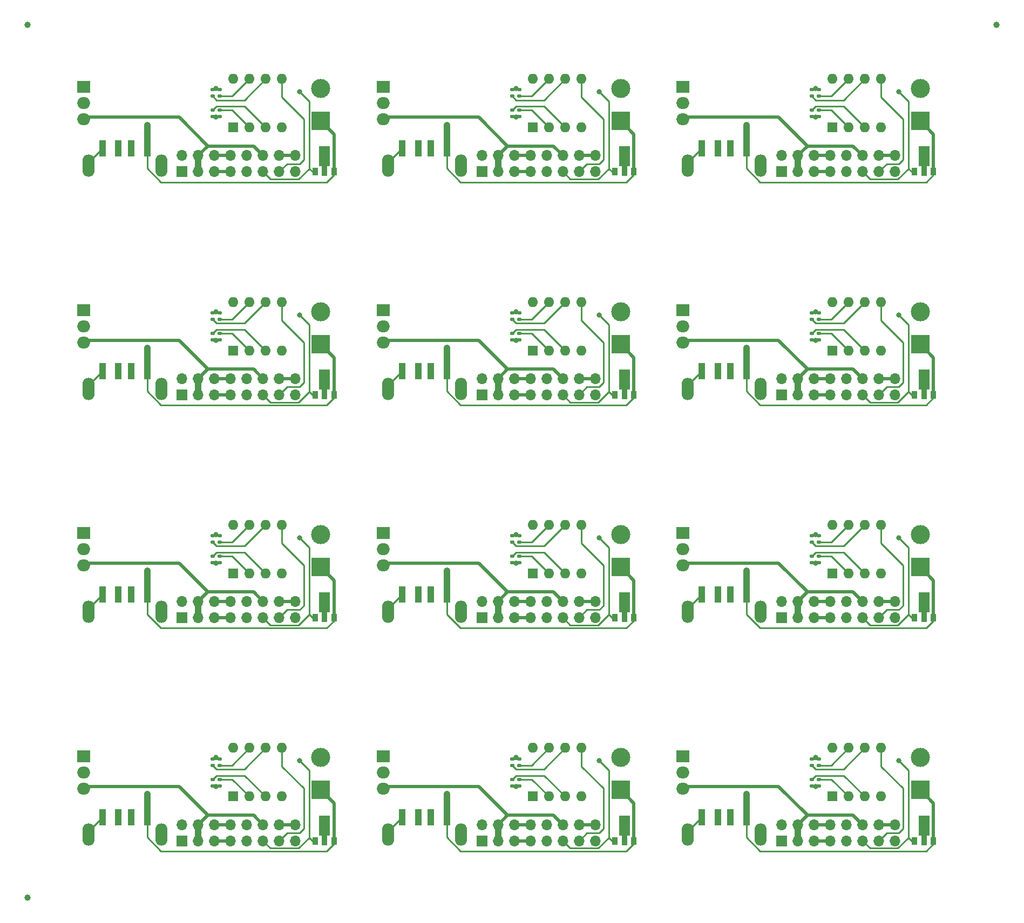
<source format=gtl>
%TF.GenerationSoftware,KiCad,Pcbnew,6.0.2*%
%TF.CreationDate,2022-03-13T21:00:17+01:00*%
%TF.ProjectId,panelized,70616e65-6c69-47a6-9564-2e6b69636164,rev?*%
%TF.SameCoordinates,Original*%
%TF.FileFunction,Copper,L1,Top*%
%TF.FilePolarity,Positive*%
%FSLAX46Y46*%
G04 Gerber Fmt 4.6, Leading zero omitted, Abs format (unit mm)*
G04 Created by KiCad (PCBNEW 6.0.2) date 2022-03-13 21:00:17*
%MOMM*%
%LPD*%
G01*
G04 APERTURE LIST*
G04 Aperture macros list*
%AMRoundRect*
0 Rectangle with rounded corners*
0 $1 Rounding radius*
0 $2 $3 $4 $5 $6 $7 $8 $9 X,Y pos of 4 corners*
0 Add a 4 corners polygon primitive as box body*
4,1,4,$2,$3,$4,$5,$6,$7,$8,$9,$2,$3,0*
0 Add four circle primitives for the rounded corners*
1,1,$1+$1,$2,$3*
1,1,$1+$1,$4,$5*
1,1,$1+$1,$6,$7*
1,1,$1+$1,$8,$9*
0 Add four rect primitives between the rounded corners*
20,1,$1+$1,$2,$3,$4,$5,0*
20,1,$1+$1,$4,$5,$6,$7,0*
20,1,$1+$1,$6,$7,$8,$9,0*
20,1,$1+$1,$8,$9,$2,$3,0*%
%AMFreePoly0*
4,1,9,3.862500,-0.866500,0.737500,-0.866500,0.737500,-0.450000,-0.737500,-0.450000,-0.737500,0.450000,0.737500,0.450000,0.737500,0.866500,3.862500,0.866500,3.862500,-0.866500,3.862500,-0.866500,$1*%
G04 Aperture macros list end*
%TA.AperFunction,SMDPad,CuDef*%
%ADD10RoundRect,0.135000X0.185000X-0.135000X0.185000X0.135000X-0.185000X0.135000X-0.185000X-0.135000X0*%
%TD*%
%TA.AperFunction,SMDPad,CuDef*%
%ADD11R,0.900000X1.300000*%
%TD*%
%TA.AperFunction,SMDPad,CuDef*%
%ADD12FreePoly0,90.000000*%
%TD*%
%TA.AperFunction,ComponentPad*%
%ADD13R,2.000000X1.905000*%
%TD*%
%TA.AperFunction,ComponentPad*%
%ADD14O,2.000000X1.905000*%
%TD*%
%TA.AperFunction,SMDPad,CuDef*%
%ADD15R,1.100000X2.500000*%
%TD*%
%TA.AperFunction,ComponentPad*%
%ADD16O,1.900000X3.500000*%
%TD*%
%TA.AperFunction,SMDPad,CuDef*%
%ADD17C,1.000000*%
%TD*%
%TA.AperFunction,SMDPad,CuDef*%
%ADD18RoundRect,0.135000X-0.185000X0.135000X-0.185000X-0.135000X0.185000X-0.135000X0.185000X0.135000X0*%
%TD*%
%TA.AperFunction,ComponentPad*%
%ADD19R,1.700000X1.700000*%
%TD*%
%TA.AperFunction,ComponentPad*%
%ADD20O,1.700000X1.700000*%
%TD*%
%TA.AperFunction,ComponentPad*%
%ADD21R,1.600000X1.600000*%
%TD*%
%TA.AperFunction,ComponentPad*%
%ADD22O,1.600000X1.600000*%
%TD*%
%TA.AperFunction,ComponentPad*%
%ADD23R,3.000000X3.000000*%
%TD*%
%TA.AperFunction,ComponentPad*%
%ADD24C,3.000000*%
%TD*%
%TA.AperFunction,ViaPad*%
%ADD25C,0.800000*%
%TD*%
%TA.AperFunction,Conductor*%
%ADD26C,0.250000*%
%TD*%
%TA.AperFunction,Conductor*%
%ADD27C,0.500000*%
%TD*%
%TA.AperFunction,Conductor*%
%ADD28C,1.000000*%
%TD*%
G04 APERTURE END LIST*
D10*
%TO.P,R3,1*%
%TO.N,Board_8-Net-(R3-Pad1)*%
X145100011Y-115200008D03*
%TO.P,R3,2*%
%TO.N,Board_8-/D-*%
X145100011Y-114180008D03*
%TD*%
D11*
%TO.P,U3,1,OUT*%
%TO.N,Board_8-/5V*%
X160100011Y-127050008D03*
D12*
%TO.P,U3,2,GND*%
%TO.N,Board_8-/GND*%
X161600011Y-126962508D03*
D11*
%TO.P,U3,3,IN*%
%TO.N,Board_8-/VBUS*%
X163100011Y-127050008D03*
%TD*%
D10*
%TO.P,R4,1*%
%TO.N,Board_4-Net-(R4-Pad1)*%
X97050004Y-80200003D03*
%TO.P,R4,2*%
%TO.N,Board_4-/D-*%
X97050004Y-79180003D03*
%TD*%
D13*
%TO.P,U2,1,IN*%
%TO.N,Board_7-/VBUS*%
X76770004Y-113750008D03*
D14*
%TO.P,U2,2,GND*%
%TO.N,Board_7-/GND*%
X76770004Y-116290008D03*
%TO.P,U2,3,OUT*%
%TO.N,Board_7-/6V*%
X76770004Y-118830008D03*
%TD*%
D15*
%TO.P,J3,1,VBUS*%
%TO.N,Board_10-/VBUS*%
X86750004Y-158350013D03*
%TO.P,J3,2,D-*%
%TO.N,Board_10-/D-*%
X84250004Y-158350013D03*
%TO.P,J3,3,D+*%
%TO.N,Board_10-/D+*%
X82250004Y-158350013D03*
%TO.P,J3,4,GND*%
%TO.N,Board_10-/GND*%
X79750004Y-158350013D03*
D16*
%TO.P,J3,5,Shield*%
X88950004Y-161100013D03*
X77550004Y-161100013D03*
%TD*%
D17*
%TO.P,REF\u002A\u002A,*%
%TO.N,*%
X21000997Y-33998998D03*
%TD*%
D15*
%TO.P,J3,1,VBUS*%
%TO.N,Board_3-/VBUS*%
X39749997Y-88350003D03*
%TO.P,J3,2,D-*%
%TO.N,Board_3-/D-*%
X37249997Y-88350003D03*
%TO.P,J3,3,D+*%
%TO.N,Board_3-/D+*%
X35249997Y-88350003D03*
%TO.P,J3,4,GND*%
%TO.N,Board_3-/GND*%
X32749997Y-88350003D03*
D16*
%TO.P,J3,5,Shield*%
X41949997Y-91100003D03*
X30549997Y-91100003D03*
%TD*%
D10*
%TO.P,R3,1*%
%TO.N,Board_3-Net-(R3-Pad1)*%
X51099997Y-80200003D03*
%TO.P,R3,2*%
%TO.N,Board_3-/D-*%
X51099997Y-79180003D03*
%TD*%
D13*
%TO.P,U2,1,IN*%
%TO.N,Board_9-/VBUS*%
X29769997Y-148750013D03*
D14*
%TO.P,U2,2,GND*%
%TO.N,Board_9-/GND*%
X29769997Y-151290013D03*
%TO.P,U2,3,OUT*%
%TO.N,Board_9-/6V*%
X29769997Y-153830013D03*
%TD*%
D10*
%TO.P,R3,1*%
%TO.N,Board_7-Net-(R3-Pad1)*%
X98100004Y-115200008D03*
%TO.P,R3,2*%
%TO.N,Board_7-/D-*%
X98100004Y-114180008D03*
%TD*%
D18*
%TO.P,R1,1*%
%TO.N,Board_4-Net-(R1-Pad1)*%
X97050004Y-82390003D03*
%TO.P,R1,2*%
%TO.N,Board_4-/D+*%
X97050004Y-83410003D03*
%TD*%
D10*
%TO.P,R4,1*%
%TO.N,Board_1-Net-(R4-Pad1)*%
X97050004Y-45199998D03*
%TO.P,R4,2*%
%TO.N,Board_1-/D-*%
X97050004Y-44179998D03*
%TD*%
D18*
%TO.P,R1,1*%
%TO.N,Board_0-Net-(R1-Pad1)*%
X50049997Y-47389998D03*
%TO.P,R1,2*%
%TO.N,Board_0-/D+*%
X50049997Y-48409998D03*
%TD*%
D19*
%TO.P,J1,1,Pin_1*%
%TO.N,Board_3-/GND*%
X45249997Y-92045003D03*
D20*
%TO.P,J1,2,Pin_2*%
X45249997Y-89505003D03*
%TO.P,J1,3,Pin_3*%
%TO.N,Board_3-/6V*%
X47789997Y-92045003D03*
%TO.P,J1,4,Pin_4*%
X47789997Y-89505003D03*
%TO.P,J1,5,Pin_5*%
%TO.N,Board_3-Net-(J1-Pad5)*%
X50329997Y-92045003D03*
%TO.P,J1,6,Pin_6*%
%TO.N,Board_3-Net-(J1-Pad6)*%
X50329997Y-89505003D03*
%TO.P,J1,7,Pin_7*%
%TO.N,Board_3-Net-(J1-Pad5)*%
X52869997Y-92045003D03*
%TO.P,J1,8,Pin_8*%
%TO.N,Board_3-Net-(J1-Pad6)*%
X52869997Y-89505003D03*
%TO.P,J1,9,Pin_9*%
%TO.N,Board_3-/GND*%
X55409997Y-92045003D03*
%TO.P,J1,10,Pin_10*%
X55409997Y-89505003D03*
%TO.P,J1,11,Pin_11*%
%TO.N,Board_3-/5V*%
X57949997Y-92045003D03*
%TO.P,J1,12,Pin_12*%
%TO.N,Board_3-/6V*%
X57949997Y-89505003D03*
%TO.P,J1,13,Pin_13*%
%TO.N,Board_3-/controll pin*%
X60489997Y-92045003D03*
%TO.P,J1,14,Pin_14*%
%TO.N,Board_3-Net-(J1-Pad14)*%
X60489997Y-89505003D03*
%TO.P,J1,15,Pin_15*%
%TO.N,Board_3-unconnected-(J1-Pad15)*%
X63029997Y-92045003D03*
%TO.P,J1,16,Pin_16*%
%TO.N,Board_3-Net-(J1-Pad14)*%
X63029997Y-89505003D03*
%TD*%
D18*
%TO.P,R1,1*%
%TO.N,Board_7-Net-(R1-Pad1)*%
X97050004Y-117390008D03*
%TO.P,R1,2*%
%TO.N,Board_7-/D+*%
X97050004Y-118410008D03*
%TD*%
%TO.P,R2,1*%
%TO.N,Board_1-Net-(R2-Pad1)*%
X98100004Y-47389998D03*
%TO.P,R2,2*%
%TO.N,Board_1-/D+*%
X98100004Y-48409998D03*
%TD*%
D11*
%TO.P,U3,1,OUT*%
%TO.N,Board_3-/5V*%
X66099997Y-92050003D03*
D12*
%TO.P,U3,2,GND*%
%TO.N,Board_3-/GND*%
X67599997Y-91962503D03*
D11*
%TO.P,U3,3,IN*%
%TO.N,Board_3-/VBUS*%
X69099997Y-92050003D03*
%TD*%
D19*
%TO.P,J1,1,Pin_1*%
%TO.N,Board_7-/GND*%
X92250004Y-127045008D03*
D20*
%TO.P,J1,2,Pin_2*%
X92250004Y-124505008D03*
%TO.P,J1,3,Pin_3*%
%TO.N,Board_7-/6V*%
X94790004Y-127045008D03*
%TO.P,J1,4,Pin_4*%
X94790004Y-124505008D03*
%TO.P,J1,5,Pin_5*%
%TO.N,Board_7-Net-(J1-Pad5)*%
X97330004Y-127045008D03*
%TO.P,J1,6,Pin_6*%
%TO.N,Board_7-Net-(J1-Pad6)*%
X97330004Y-124505008D03*
%TO.P,J1,7,Pin_7*%
%TO.N,Board_7-Net-(J1-Pad5)*%
X99870004Y-127045008D03*
%TO.P,J1,8,Pin_8*%
%TO.N,Board_7-Net-(J1-Pad6)*%
X99870004Y-124505008D03*
%TO.P,J1,9,Pin_9*%
%TO.N,Board_7-/GND*%
X102410004Y-127045008D03*
%TO.P,J1,10,Pin_10*%
X102410004Y-124505008D03*
%TO.P,J1,11,Pin_11*%
%TO.N,Board_7-/5V*%
X104950004Y-127045008D03*
%TO.P,J1,12,Pin_12*%
%TO.N,Board_7-/6V*%
X104950004Y-124505008D03*
%TO.P,J1,13,Pin_13*%
%TO.N,Board_7-/controll pin*%
X107490004Y-127045008D03*
%TO.P,J1,14,Pin_14*%
%TO.N,Board_7-Net-(J1-Pad14)*%
X107490004Y-124505008D03*
%TO.P,J1,15,Pin_15*%
%TO.N,Board_7-unconnected-(J1-Pad15)*%
X110030004Y-127045008D03*
%TO.P,J1,16,Pin_16*%
%TO.N,Board_7-Net-(J1-Pad14)*%
X110030004Y-124505008D03*
%TD*%
D18*
%TO.P,R2,1*%
%TO.N,Board_9-Net-(R2-Pad1)*%
X51099997Y-152390013D03*
%TO.P,R2,2*%
%TO.N,Board_9-/D+*%
X51099997Y-153410013D03*
%TD*%
D21*
%TO.P,U1,1,~{RESET}/PB5*%
%TO.N,Board_5-unconnected-(U1-Pad1)*%
X147247011Y-85093003D03*
D22*
%TO.P,U1,2,XTAL1/PB3*%
%TO.N,Board_5-Net-(R2-Pad1)*%
X149787011Y-85093003D03*
%TO.P,U1,3,XTAL2/PB4*%
%TO.N,Board_5-Net-(R1-Pad1)*%
X152327011Y-85093003D03*
%TO.P,U1,4,GND*%
%TO.N,Board_5-/GND*%
X154867011Y-85093003D03*
%TO.P,U1,5,AREF/PB0*%
%TO.N,Board_5-/controll pin*%
X154867011Y-77473003D03*
%TO.P,U1,6,PB1*%
%TO.N,Board_5-Net-(R4-Pad1)*%
X152327011Y-77473003D03*
%TO.P,U1,7,PB2*%
%TO.N,Board_5-Net-(R3-Pad1)*%
X149787011Y-77473003D03*
%TO.P,U1,8,VCC*%
%TO.N,Board_5-/5V*%
X147247011Y-77473003D03*
%TD*%
D15*
%TO.P,J3,1,VBUS*%
%TO.N,Board_1-/VBUS*%
X86750004Y-53349998D03*
%TO.P,J3,2,D-*%
%TO.N,Board_1-/D-*%
X84250004Y-53349998D03*
%TO.P,J3,3,D+*%
%TO.N,Board_1-/D+*%
X82250004Y-53349998D03*
%TO.P,J3,4,GND*%
%TO.N,Board_1-/GND*%
X79750004Y-53349998D03*
D16*
%TO.P,J3,5,Shield*%
X77550004Y-56099998D03*
X88950004Y-56099998D03*
%TD*%
D18*
%TO.P,R2,1*%
%TO.N,Board_5-Net-(R2-Pad1)*%
X145100011Y-82390003D03*
%TO.P,R2,2*%
%TO.N,Board_5-/D+*%
X145100011Y-83410003D03*
%TD*%
D10*
%TO.P,R4,1*%
%TO.N,Board_10-Net-(R4-Pad1)*%
X97050004Y-150200013D03*
%TO.P,R4,2*%
%TO.N,Board_10-/D-*%
X97050004Y-149180013D03*
%TD*%
D19*
%TO.P,J1,1,Pin_1*%
%TO.N,Board_10-/GND*%
X92250004Y-162045013D03*
D20*
%TO.P,J1,2,Pin_2*%
X92250004Y-159505013D03*
%TO.P,J1,3,Pin_3*%
%TO.N,Board_10-/6V*%
X94790004Y-162045013D03*
%TO.P,J1,4,Pin_4*%
X94790004Y-159505013D03*
%TO.P,J1,5,Pin_5*%
%TO.N,Board_10-Net-(J1-Pad5)*%
X97330004Y-162045013D03*
%TO.P,J1,6,Pin_6*%
%TO.N,Board_10-Net-(J1-Pad6)*%
X97330004Y-159505013D03*
%TO.P,J1,7,Pin_7*%
%TO.N,Board_10-Net-(J1-Pad5)*%
X99870004Y-162045013D03*
%TO.P,J1,8,Pin_8*%
%TO.N,Board_10-Net-(J1-Pad6)*%
X99870004Y-159505013D03*
%TO.P,J1,9,Pin_9*%
%TO.N,Board_10-/GND*%
X102410004Y-162045013D03*
%TO.P,J1,10,Pin_10*%
X102410004Y-159505013D03*
%TO.P,J1,11,Pin_11*%
%TO.N,Board_10-/5V*%
X104950004Y-162045013D03*
%TO.P,J1,12,Pin_12*%
%TO.N,Board_10-/6V*%
X104950004Y-159505013D03*
%TO.P,J1,13,Pin_13*%
%TO.N,Board_10-/controll pin*%
X107490004Y-162045013D03*
%TO.P,J1,14,Pin_14*%
%TO.N,Board_10-Net-(J1-Pad14)*%
X107490004Y-159505013D03*
%TO.P,J1,15,Pin_15*%
%TO.N,Board_10-unconnected-(J1-Pad15)*%
X110030004Y-162045013D03*
%TO.P,J1,16,Pin_16*%
%TO.N,Board_10-Net-(J1-Pad14)*%
X110030004Y-159505013D03*
%TD*%
D11*
%TO.P,U3,1,OUT*%
%TO.N,Board_2-/5V*%
X160100011Y-57049998D03*
D12*
%TO.P,U3,2,GND*%
%TO.N,Board_2-/GND*%
X161600011Y-56962498D03*
D11*
%TO.P,U3,3,IN*%
%TO.N,Board_2-/VBUS*%
X163100011Y-57049998D03*
%TD*%
D23*
%TO.P,J2,1,Pin_1*%
%TO.N,Board_9-/VBUS*%
X66999997Y-154080013D03*
D24*
%TO.P,J2,2,Pin_2*%
%TO.N,Board_9-/GND*%
X66999997Y-149000013D03*
%TD*%
D18*
%TO.P,R1,1*%
%TO.N,Board_9-Net-(R1-Pad1)*%
X50049997Y-152390013D03*
%TO.P,R1,2*%
%TO.N,Board_9-/D+*%
X50049997Y-153410013D03*
%TD*%
D19*
%TO.P,J1,1,Pin_1*%
%TO.N,Board_6-/GND*%
X45249997Y-127045008D03*
D20*
%TO.P,J1,2,Pin_2*%
X45249997Y-124505008D03*
%TO.P,J1,3,Pin_3*%
%TO.N,Board_6-/6V*%
X47789997Y-127045008D03*
%TO.P,J1,4,Pin_4*%
X47789997Y-124505008D03*
%TO.P,J1,5,Pin_5*%
%TO.N,Board_6-Net-(J1-Pad5)*%
X50329997Y-127045008D03*
%TO.P,J1,6,Pin_6*%
%TO.N,Board_6-Net-(J1-Pad6)*%
X50329997Y-124505008D03*
%TO.P,J1,7,Pin_7*%
%TO.N,Board_6-Net-(J1-Pad5)*%
X52869997Y-127045008D03*
%TO.P,J1,8,Pin_8*%
%TO.N,Board_6-Net-(J1-Pad6)*%
X52869997Y-124505008D03*
%TO.P,J1,9,Pin_9*%
%TO.N,Board_6-/GND*%
X55409997Y-127045008D03*
%TO.P,J1,10,Pin_10*%
X55409997Y-124505008D03*
%TO.P,J1,11,Pin_11*%
%TO.N,Board_6-/5V*%
X57949997Y-127045008D03*
%TO.P,J1,12,Pin_12*%
%TO.N,Board_6-/6V*%
X57949997Y-124505008D03*
%TO.P,J1,13,Pin_13*%
%TO.N,Board_6-/controll pin*%
X60489997Y-127045008D03*
%TO.P,J1,14,Pin_14*%
%TO.N,Board_6-Net-(J1-Pad14)*%
X60489997Y-124505008D03*
%TO.P,J1,15,Pin_15*%
%TO.N,Board_6-unconnected-(J1-Pad15)*%
X63029997Y-127045008D03*
%TO.P,J1,16,Pin_16*%
%TO.N,Board_6-Net-(J1-Pad14)*%
X63029997Y-124505008D03*
%TD*%
D18*
%TO.P,R1,1*%
%TO.N,Board_5-Net-(R1-Pad1)*%
X144050011Y-82390003D03*
%TO.P,R1,2*%
%TO.N,Board_5-/D+*%
X144050011Y-83410003D03*
%TD*%
D21*
%TO.P,U1,1,~{RESET}/PB5*%
%TO.N,Board_6-unconnected-(U1-Pad1)*%
X53246997Y-120093008D03*
D22*
%TO.P,U1,2,XTAL1/PB3*%
%TO.N,Board_6-Net-(R2-Pad1)*%
X55786997Y-120093008D03*
%TO.P,U1,3,XTAL2/PB4*%
%TO.N,Board_6-Net-(R1-Pad1)*%
X58326997Y-120093008D03*
%TO.P,U1,4,GND*%
%TO.N,Board_6-/GND*%
X60866997Y-120093008D03*
%TO.P,U1,5,AREF/PB0*%
%TO.N,Board_6-/controll pin*%
X60866997Y-112473008D03*
%TO.P,U1,6,PB1*%
%TO.N,Board_6-Net-(R4-Pad1)*%
X58326997Y-112473008D03*
%TO.P,U1,7,PB2*%
%TO.N,Board_6-Net-(R3-Pad1)*%
X55786997Y-112473008D03*
%TO.P,U1,8,VCC*%
%TO.N,Board_6-/5V*%
X53246997Y-112473008D03*
%TD*%
D23*
%TO.P,J2,1,Pin_1*%
%TO.N,Board_8-/VBUS*%
X161000011Y-119080008D03*
D24*
%TO.P,J2,2,Pin_2*%
%TO.N,Board_8-/GND*%
X161000011Y-114000008D03*
%TD*%
D18*
%TO.P,R2,1*%
%TO.N,Board_0-Net-(R2-Pad1)*%
X51099997Y-47389998D03*
%TO.P,R2,2*%
%TO.N,Board_0-/D+*%
X51099997Y-48409998D03*
%TD*%
%TO.P,R1,1*%
%TO.N,Board_6-Net-(R1-Pad1)*%
X50049997Y-117390008D03*
%TO.P,R1,2*%
%TO.N,Board_6-/D+*%
X50049997Y-118410008D03*
%TD*%
D10*
%TO.P,R4,1*%
%TO.N,Board_0-Net-(R4-Pad1)*%
X50049997Y-45199998D03*
%TO.P,R4,2*%
%TO.N,Board_0-/D-*%
X50049997Y-44179998D03*
%TD*%
D11*
%TO.P,U3,1,OUT*%
%TO.N,Board_5-/5V*%
X160100011Y-92050003D03*
D12*
%TO.P,U3,2,GND*%
%TO.N,Board_5-/GND*%
X161600011Y-91962503D03*
D11*
%TO.P,U3,3,IN*%
%TO.N,Board_5-/VBUS*%
X163100011Y-92050003D03*
%TD*%
D13*
%TO.P,U2,1,IN*%
%TO.N,Board_3-/VBUS*%
X29769997Y-78750003D03*
D14*
%TO.P,U2,2,GND*%
%TO.N,Board_3-/GND*%
X29769997Y-81290003D03*
%TO.P,U2,3,OUT*%
%TO.N,Board_3-/6V*%
X29769997Y-83830003D03*
%TD*%
D18*
%TO.P,R1,1*%
%TO.N,Board_1-Net-(R1-Pad1)*%
X97050004Y-47389998D03*
%TO.P,R1,2*%
%TO.N,Board_1-/D+*%
X97050004Y-48409998D03*
%TD*%
D11*
%TO.P,U3,1,OUT*%
%TO.N,Board_1-/5V*%
X113100004Y-57049998D03*
D12*
%TO.P,U3,2,GND*%
%TO.N,Board_1-/GND*%
X114600004Y-56962498D03*
D11*
%TO.P,U3,3,IN*%
%TO.N,Board_1-/VBUS*%
X116100004Y-57049998D03*
%TD*%
D18*
%TO.P,R1,1*%
%TO.N,Board_10-Net-(R1-Pad1)*%
X97050004Y-152390013D03*
%TO.P,R1,2*%
%TO.N,Board_10-/D+*%
X97050004Y-153410013D03*
%TD*%
%TO.P,R2,1*%
%TO.N,Board_6-Net-(R2-Pad1)*%
X51099997Y-117390008D03*
%TO.P,R2,2*%
%TO.N,Board_6-/D+*%
X51099997Y-118410008D03*
%TD*%
D10*
%TO.P,R4,1*%
%TO.N,Board_5-Net-(R4-Pad1)*%
X144050011Y-80200003D03*
%TO.P,R4,2*%
%TO.N,Board_5-/D-*%
X144050011Y-79180003D03*
%TD*%
D18*
%TO.P,R2,1*%
%TO.N,Board_11-Net-(R2-Pad1)*%
X145100011Y-152390013D03*
%TO.P,R2,2*%
%TO.N,Board_11-/D+*%
X145100011Y-153410013D03*
%TD*%
D11*
%TO.P,U3,1,OUT*%
%TO.N,Board_0-/5V*%
X66099997Y-57049998D03*
D12*
%TO.P,U3,2,GND*%
%TO.N,Board_0-/GND*%
X67599997Y-56962498D03*
D11*
%TO.P,U3,3,IN*%
%TO.N,Board_0-/VBUS*%
X69099997Y-57049998D03*
%TD*%
D13*
%TO.P,U2,1,IN*%
%TO.N,Board_1-/VBUS*%
X76770004Y-43749998D03*
D14*
%TO.P,U2,2,GND*%
%TO.N,Board_1-/GND*%
X76770004Y-46289998D03*
%TO.P,U2,3,OUT*%
%TO.N,Board_1-/6V*%
X76770004Y-48829998D03*
%TD*%
D23*
%TO.P,J2,1,Pin_1*%
%TO.N,Board_6-/VBUS*%
X66999997Y-119080008D03*
D24*
%TO.P,J2,2,Pin_2*%
%TO.N,Board_6-/GND*%
X66999997Y-114000008D03*
%TD*%
D13*
%TO.P,U2,1,IN*%
%TO.N,Board_11-/VBUS*%
X123770011Y-148750013D03*
D14*
%TO.P,U2,2,GND*%
%TO.N,Board_11-/GND*%
X123770011Y-151290013D03*
%TO.P,U2,3,OUT*%
%TO.N,Board_11-/6V*%
X123770011Y-153830013D03*
%TD*%
D21*
%TO.P,U1,1,~{RESET}/PB5*%
%TO.N,Board_2-unconnected-(U1-Pad1)*%
X147247011Y-50092998D03*
D22*
%TO.P,U1,2,XTAL1/PB3*%
%TO.N,Board_2-Net-(R2-Pad1)*%
X149787011Y-50092998D03*
%TO.P,U1,3,XTAL2/PB4*%
%TO.N,Board_2-Net-(R1-Pad1)*%
X152327011Y-50092998D03*
%TO.P,U1,4,GND*%
%TO.N,Board_2-/GND*%
X154867011Y-50092998D03*
%TO.P,U1,5,AREF/PB0*%
%TO.N,Board_2-/controll pin*%
X154867011Y-42472998D03*
%TO.P,U1,6,PB1*%
%TO.N,Board_2-Net-(R4-Pad1)*%
X152327011Y-42472998D03*
%TO.P,U1,7,PB2*%
%TO.N,Board_2-Net-(R3-Pad1)*%
X149787011Y-42472998D03*
%TO.P,U1,8,VCC*%
%TO.N,Board_2-/5V*%
X147247011Y-42472998D03*
%TD*%
D23*
%TO.P,J2,1,Pin_1*%
%TO.N,Board_3-/VBUS*%
X66999997Y-84080003D03*
D24*
%TO.P,J2,2,Pin_2*%
%TO.N,Board_3-/GND*%
X66999997Y-79000003D03*
%TD*%
D18*
%TO.P,R2,1*%
%TO.N,Board_10-Net-(R2-Pad1)*%
X98100004Y-152390013D03*
%TO.P,R2,2*%
%TO.N,Board_10-/D+*%
X98100004Y-153410013D03*
%TD*%
D21*
%TO.P,U1,1,~{RESET}/PB5*%
%TO.N,Board_10-unconnected-(U1-Pad1)*%
X100247004Y-155093013D03*
D22*
%TO.P,U1,2,XTAL1/PB3*%
%TO.N,Board_10-Net-(R2-Pad1)*%
X102787004Y-155093013D03*
%TO.P,U1,3,XTAL2/PB4*%
%TO.N,Board_10-Net-(R1-Pad1)*%
X105327004Y-155093013D03*
%TO.P,U1,4,GND*%
%TO.N,Board_10-/GND*%
X107867004Y-155093013D03*
%TO.P,U1,5,AREF/PB0*%
%TO.N,Board_10-/controll pin*%
X107867004Y-147473013D03*
%TO.P,U1,6,PB1*%
%TO.N,Board_10-Net-(R4-Pad1)*%
X105327004Y-147473013D03*
%TO.P,U1,7,PB2*%
%TO.N,Board_10-Net-(R3-Pad1)*%
X102787004Y-147473013D03*
%TO.P,U1,8,VCC*%
%TO.N,Board_10-/5V*%
X100247004Y-147473013D03*
%TD*%
D19*
%TO.P,J1,1,Pin_1*%
%TO.N,Board_2-/GND*%
X139250011Y-57044998D03*
D20*
%TO.P,J1,2,Pin_2*%
X139250011Y-54504998D03*
%TO.P,J1,3,Pin_3*%
%TO.N,Board_2-/6V*%
X141790011Y-57044998D03*
%TO.P,J1,4,Pin_4*%
X141790011Y-54504998D03*
%TO.P,J1,5,Pin_5*%
%TO.N,Board_2-Net-(J1-Pad5)*%
X144330011Y-57044998D03*
%TO.P,J1,6,Pin_6*%
%TO.N,Board_2-Net-(J1-Pad6)*%
X144330011Y-54504998D03*
%TO.P,J1,7,Pin_7*%
%TO.N,Board_2-Net-(J1-Pad5)*%
X146870011Y-57044998D03*
%TO.P,J1,8,Pin_8*%
%TO.N,Board_2-Net-(J1-Pad6)*%
X146870011Y-54504998D03*
%TO.P,J1,9,Pin_9*%
%TO.N,Board_2-/GND*%
X149410011Y-57044998D03*
%TO.P,J1,10,Pin_10*%
X149410011Y-54504998D03*
%TO.P,J1,11,Pin_11*%
%TO.N,Board_2-/5V*%
X151950011Y-57044998D03*
%TO.P,J1,12,Pin_12*%
%TO.N,Board_2-/6V*%
X151950011Y-54504998D03*
%TO.P,J1,13,Pin_13*%
%TO.N,Board_2-/controll pin*%
X154490011Y-57044998D03*
%TO.P,J1,14,Pin_14*%
%TO.N,Board_2-Net-(J1-Pad14)*%
X154490011Y-54504998D03*
%TO.P,J1,15,Pin_15*%
%TO.N,Board_2-unconnected-(J1-Pad15)*%
X157030011Y-57044998D03*
%TO.P,J1,16,Pin_16*%
%TO.N,Board_2-Net-(J1-Pad14)*%
X157030011Y-54504998D03*
%TD*%
D18*
%TO.P,R1,1*%
%TO.N,Board_3-Net-(R1-Pad1)*%
X50049997Y-82390003D03*
%TO.P,R1,2*%
%TO.N,Board_3-/D+*%
X50049997Y-83410003D03*
%TD*%
%TO.P,R2,1*%
%TO.N,Board_4-Net-(R2-Pad1)*%
X98100004Y-82390003D03*
%TO.P,R2,2*%
%TO.N,Board_4-/D+*%
X98100004Y-83410003D03*
%TD*%
D15*
%TO.P,J3,1,VBUS*%
%TO.N,Board_9-/VBUS*%
X39749997Y-158350013D03*
%TO.P,J3,2,D-*%
%TO.N,Board_9-/D-*%
X37249997Y-158350013D03*
%TO.P,J3,3,D+*%
%TO.N,Board_9-/D+*%
X35249997Y-158350013D03*
%TO.P,J3,4,GND*%
%TO.N,Board_9-/GND*%
X32749997Y-158350013D03*
D16*
%TO.P,J3,5,Shield*%
X30549997Y-161100013D03*
X41949997Y-161100013D03*
%TD*%
D11*
%TO.P,U3,1,OUT*%
%TO.N,Board_4-/5V*%
X113100004Y-92050003D03*
D12*
%TO.P,U3,2,GND*%
%TO.N,Board_4-/GND*%
X114600004Y-91962503D03*
D11*
%TO.P,U3,3,IN*%
%TO.N,Board_4-/VBUS*%
X116100004Y-92050003D03*
%TD*%
D21*
%TO.P,U1,1,~{RESET}/PB5*%
%TO.N,Board_1-unconnected-(U1-Pad1)*%
X100247004Y-50092998D03*
D22*
%TO.P,U1,2,XTAL1/PB3*%
%TO.N,Board_1-Net-(R2-Pad1)*%
X102787004Y-50092998D03*
%TO.P,U1,3,XTAL2/PB4*%
%TO.N,Board_1-Net-(R1-Pad1)*%
X105327004Y-50092998D03*
%TO.P,U1,4,GND*%
%TO.N,Board_1-/GND*%
X107867004Y-50092998D03*
%TO.P,U1,5,AREF/PB0*%
%TO.N,Board_1-/controll pin*%
X107867004Y-42472998D03*
%TO.P,U1,6,PB1*%
%TO.N,Board_1-Net-(R4-Pad1)*%
X105327004Y-42472998D03*
%TO.P,U1,7,PB2*%
%TO.N,Board_1-Net-(R3-Pad1)*%
X102787004Y-42472998D03*
%TO.P,U1,8,VCC*%
%TO.N,Board_1-/5V*%
X100247004Y-42472998D03*
%TD*%
D18*
%TO.P,R1,1*%
%TO.N,Board_11-Net-(R1-Pad1)*%
X144050011Y-152390013D03*
%TO.P,R1,2*%
%TO.N,Board_11-/D+*%
X144050011Y-153410013D03*
%TD*%
D10*
%TO.P,R4,1*%
%TO.N,Board_3-Net-(R4-Pad1)*%
X50049997Y-80200003D03*
%TO.P,R4,2*%
%TO.N,Board_3-/D-*%
X50049997Y-79180003D03*
%TD*%
D23*
%TO.P,J2,1,Pin_1*%
%TO.N,Board_2-/VBUS*%
X161000011Y-49079998D03*
D24*
%TO.P,J2,2,Pin_2*%
%TO.N,Board_2-/GND*%
X161000011Y-43999998D03*
%TD*%
D10*
%TO.P,R4,1*%
%TO.N,Board_11-Net-(R4-Pad1)*%
X144050011Y-150200013D03*
%TO.P,R4,2*%
%TO.N,Board_11-/D-*%
X144050011Y-149180013D03*
%TD*%
D13*
%TO.P,U2,1,IN*%
%TO.N,Board_5-/VBUS*%
X123770011Y-78750003D03*
D14*
%TO.P,U2,2,GND*%
%TO.N,Board_5-/GND*%
X123770011Y-81290003D03*
%TO.P,U2,3,OUT*%
%TO.N,Board_5-/6V*%
X123770011Y-83830003D03*
%TD*%
D18*
%TO.P,R2,1*%
%TO.N,Board_3-Net-(R2-Pad1)*%
X51099997Y-82390003D03*
%TO.P,R2,2*%
%TO.N,Board_3-/D+*%
X51099997Y-83410003D03*
%TD*%
D15*
%TO.P,J3,1,VBUS*%
%TO.N,Board_0-/VBUS*%
X39749997Y-53349998D03*
%TO.P,J3,2,D-*%
%TO.N,Board_0-/D-*%
X37249997Y-53349998D03*
%TO.P,J3,3,D+*%
%TO.N,Board_0-/D+*%
X35249997Y-53349998D03*
%TO.P,J3,4,GND*%
%TO.N,Board_0-/GND*%
X32749997Y-53349998D03*
D16*
%TO.P,J3,5,Shield*%
X30549997Y-56099998D03*
X41949997Y-56099998D03*
%TD*%
D23*
%TO.P,J2,1,Pin_1*%
%TO.N,Board_11-/VBUS*%
X161000011Y-154080013D03*
D24*
%TO.P,J2,2,Pin_2*%
%TO.N,Board_11-/GND*%
X161000011Y-149000013D03*
%TD*%
D18*
%TO.P,R2,1*%
%TO.N,Board_2-Net-(R2-Pad1)*%
X145100011Y-47389998D03*
%TO.P,R2,2*%
%TO.N,Board_2-/D+*%
X145100011Y-48409998D03*
%TD*%
D23*
%TO.P,J2,1,Pin_1*%
%TO.N,Board_1-/VBUS*%
X114000004Y-49079998D03*
D24*
%TO.P,J2,2,Pin_2*%
%TO.N,Board_1-/GND*%
X114000004Y-43999998D03*
%TD*%
D10*
%TO.P,R3,1*%
%TO.N,Board_1-Net-(R3-Pad1)*%
X98100004Y-45199998D03*
%TO.P,R3,2*%
%TO.N,Board_1-/D-*%
X98100004Y-44179998D03*
%TD*%
D15*
%TO.P,J3,1,VBUS*%
%TO.N,Board_8-/VBUS*%
X133750011Y-123350008D03*
%TO.P,J3,2,D-*%
%TO.N,Board_8-/D-*%
X131250011Y-123350008D03*
%TO.P,J3,3,D+*%
%TO.N,Board_8-/D+*%
X129250011Y-123350008D03*
%TO.P,J3,4,GND*%
%TO.N,Board_8-/GND*%
X126750011Y-123350008D03*
D16*
%TO.P,J3,5,Shield*%
X135950011Y-126100008D03*
X124550011Y-126100008D03*
%TD*%
D19*
%TO.P,J1,1,Pin_1*%
%TO.N,Board_11-/GND*%
X139250011Y-162045013D03*
D20*
%TO.P,J1,2,Pin_2*%
X139250011Y-159505013D03*
%TO.P,J1,3,Pin_3*%
%TO.N,Board_11-/6V*%
X141790011Y-162045013D03*
%TO.P,J1,4,Pin_4*%
X141790011Y-159505013D03*
%TO.P,J1,5,Pin_5*%
%TO.N,Board_11-Net-(J1-Pad5)*%
X144330011Y-162045013D03*
%TO.P,J1,6,Pin_6*%
%TO.N,Board_11-Net-(J1-Pad6)*%
X144330011Y-159505013D03*
%TO.P,J1,7,Pin_7*%
%TO.N,Board_11-Net-(J1-Pad5)*%
X146870011Y-162045013D03*
%TO.P,J1,8,Pin_8*%
%TO.N,Board_11-Net-(J1-Pad6)*%
X146870011Y-159505013D03*
%TO.P,J1,9,Pin_9*%
%TO.N,Board_11-/GND*%
X149410011Y-162045013D03*
%TO.P,J1,10,Pin_10*%
X149410011Y-159505013D03*
%TO.P,J1,11,Pin_11*%
%TO.N,Board_11-/5V*%
X151950011Y-162045013D03*
%TO.P,J1,12,Pin_12*%
%TO.N,Board_11-/6V*%
X151950011Y-159505013D03*
%TO.P,J1,13,Pin_13*%
%TO.N,Board_11-/controll pin*%
X154490011Y-162045013D03*
%TO.P,J1,14,Pin_14*%
%TO.N,Board_11-Net-(J1-Pad14)*%
X154490011Y-159505013D03*
%TO.P,J1,15,Pin_15*%
%TO.N,Board_11-unconnected-(J1-Pad15)*%
X157030011Y-162045013D03*
%TO.P,J1,16,Pin_16*%
%TO.N,Board_11-Net-(J1-Pad14)*%
X157030011Y-159505013D03*
%TD*%
D10*
%TO.P,R3,1*%
%TO.N,Board_4-Net-(R3-Pad1)*%
X98100004Y-80200003D03*
%TO.P,R3,2*%
%TO.N,Board_4-/D-*%
X98100004Y-79180003D03*
%TD*%
D18*
%TO.P,R2,1*%
%TO.N,Board_8-Net-(R2-Pad1)*%
X145100011Y-117390008D03*
%TO.P,R2,2*%
%TO.N,Board_8-/D+*%
X145100011Y-118410008D03*
%TD*%
D13*
%TO.P,U2,1,IN*%
%TO.N,Board_8-/VBUS*%
X123770011Y-113750008D03*
D14*
%TO.P,U2,2,GND*%
%TO.N,Board_8-/GND*%
X123770011Y-116290008D03*
%TO.P,U2,3,OUT*%
%TO.N,Board_8-/6V*%
X123770011Y-118830008D03*
%TD*%
D21*
%TO.P,U1,1,~{RESET}/PB5*%
%TO.N,Board_9-unconnected-(U1-Pad1)*%
X53246997Y-155093013D03*
D22*
%TO.P,U1,2,XTAL1/PB3*%
%TO.N,Board_9-Net-(R2-Pad1)*%
X55786997Y-155093013D03*
%TO.P,U1,3,XTAL2/PB4*%
%TO.N,Board_9-Net-(R1-Pad1)*%
X58326997Y-155093013D03*
%TO.P,U1,4,GND*%
%TO.N,Board_9-/GND*%
X60866997Y-155093013D03*
%TO.P,U1,5,AREF/PB0*%
%TO.N,Board_9-/controll pin*%
X60866997Y-147473013D03*
%TO.P,U1,6,PB1*%
%TO.N,Board_9-Net-(R4-Pad1)*%
X58326997Y-147473013D03*
%TO.P,U1,7,PB2*%
%TO.N,Board_9-Net-(R3-Pad1)*%
X55786997Y-147473013D03*
%TO.P,U1,8,VCC*%
%TO.N,Board_9-/5V*%
X53246997Y-147473013D03*
%TD*%
D21*
%TO.P,U1,1,~{RESET}/PB5*%
%TO.N,Board_7-unconnected-(U1-Pad1)*%
X100247004Y-120093008D03*
D22*
%TO.P,U1,2,XTAL1/PB3*%
%TO.N,Board_7-Net-(R2-Pad1)*%
X102787004Y-120093008D03*
%TO.P,U1,3,XTAL2/PB4*%
%TO.N,Board_7-Net-(R1-Pad1)*%
X105327004Y-120093008D03*
%TO.P,U1,4,GND*%
%TO.N,Board_7-/GND*%
X107867004Y-120093008D03*
%TO.P,U1,5,AREF/PB0*%
%TO.N,Board_7-/controll pin*%
X107867004Y-112473008D03*
%TO.P,U1,6,PB1*%
%TO.N,Board_7-Net-(R4-Pad1)*%
X105327004Y-112473008D03*
%TO.P,U1,7,PB2*%
%TO.N,Board_7-Net-(R3-Pad1)*%
X102787004Y-112473008D03*
%TO.P,U1,8,VCC*%
%TO.N,Board_7-/5V*%
X100247004Y-112473008D03*
%TD*%
D21*
%TO.P,U1,1,~{RESET}/PB5*%
%TO.N,Board_11-unconnected-(U1-Pad1)*%
X147247011Y-155093013D03*
D22*
%TO.P,U1,2,XTAL1/PB3*%
%TO.N,Board_11-Net-(R2-Pad1)*%
X149787011Y-155093013D03*
%TO.P,U1,3,XTAL2/PB4*%
%TO.N,Board_11-Net-(R1-Pad1)*%
X152327011Y-155093013D03*
%TO.P,U1,4,GND*%
%TO.N,Board_11-/GND*%
X154867011Y-155093013D03*
%TO.P,U1,5,AREF/PB0*%
%TO.N,Board_11-/controll pin*%
X154867011Y-147473013D03*
%TO.P,U1,6,PB1*%
%TO.N,Board_11-Net-(R4-Pad1)*%
X152327011Y-147473013D03*
%TO.P,U1,7,PB2*%
%TO.N,Board_11-Net-(R3-Pad1)*%
X149787011Y-147473013D03*
%TO.P,U1,8,VCC*%
%TO.N,Board_11-/5V*%
X147247011Y-147473013D03*
%TD*%
D11*
%TO.P,U3,1,OUT*%
%TO.N,Board_11-/5V*%
X160100011Y-162050013D03*
D12*
%TO.P,U3,2,GND*%
%TO.N,Board_11-/GND*%
X161600011Y-161962513D03*
D11*
%TO.P,U3,3,IN*%
%TO.N,Board_11-/VBUS*%
X163100011Y-162050013D03*
%TD*%
D10*
%TO.P,R4,1*%
%TO.N,Board_6-Net-(R4-Pad1)*%
X50049997Y-115200008D03*
%TO.P,R4,2*%
%TO.N,Board_6-/D-*%
X50049997Y-114180008D03*
%TD*%
D15*
%TO.P,J3,1,VBUS*%
%TO.N,Board_2-/VBUS*%
X133750011Y-53349998D03*
%TO.P,J3,2,D-*%
%TO.N,Board_2-/D-*%
X131250011Y-53349998D03*
%TO.P,J3,3,D+*%
%TO.N,Board_2-/D+*%
X129250011Y-53349998D03*
%TO.P,J3,4,GND*%
%TO.N,Board_2-/GND*%
X126750011Y-53349998D03*
D16*
%TO.P,J3,5,Shield*%
X135950011Y-56099998D03*
X124550011Y-56099998D03*
%TD*%
D23*
%TO.P,J2,1,Pin_1*%
%TO.N,Board_10-/VBUS*%
X114000004Y-154080013D03*
D24*
%TO.P,J2,2,Pin_2*%
%TO.N,Board_10-/GND*%
X114000004Y-149000013D03*
%TD*%
D11*
%TO.P,U3,1,OUT*%
%TO.N,Board_6-/5V*%
X66099997Y-127050008D03*
D12*
%TO.P,U3,2,GND*%
%TO.N,Board_6-/GND*%
X67599997Y-126962508D03*
D11*
%TO.P,U3,3,IN*%
%TO.N,Board_6-/VBUS*%
X69099997Y-127050008D03*
%TD*%
D19*
%TO.P,J1,1,Pin_1*%
%TO.N,Board_5-/GND*%
X139250011Y-92045003D03*
D20*
%TO.P,J1,2,Pin_2*%
X139250011Y-89505003D03*
%TO.P,J1,3,Pin_3*%
%TO.N,Board_5-/6V*%
X141790011Y-92045003D03*
%TO.P,J1,4,Pin_4*%
X141790011Y-89505003D03*
%TO.P,J1,5,Pin_5*%
%TO.N,Board_5-Net-(J1-Pad5)*%
X144330011Y-92045003D03*
%TO.P,J1,6,Pin_6*%
%TO.N,Board_5-Net-(J1-Pad6)*%
X144330011Y-89505003D03*
%TO.P,J1,7,Pin_7*%
%TO.N,Board_5-Net-(J1-Pad5)*%
X146870011Y-92045003D03*
%TO.P,J1,8,Pin_8*%
%TO.N,Board_5-Net-(J1-Pad6)*%
X146870011Y-89505003D03*
%TO.P,J1,9,Pin_9*%
%TO.N,Board_5-/GND*%
X149410011Y-92045003D03*
%TO.P,J1,10,Pin_10*%
X149410011Y-89505003D03*
%TO.P,J1,11,Pin_11*%
%TO.N,Board_5-/5V*%
X151950011Y-92045003D03*
%TO.P,J1,12,Pin_12*%
%TO.N,Board_5-/6V*%
X151950011Y-89505003D03*
%TO.P,J1,13,Pin_13*%
%TO.N,Board_5-/controll pin*%
X154490011Y-92045003D03*
%TO.P,J1,14,Pin_14*%
%TO.N,Board_5-Net-(J1-Pad14)*%
X154490011Y-89505003D03*
%TO.P,J1,15,Pin_15*%
%TO.N,Board_5-unconnected-(J1-Pad15)*%
X157030011Y-92045003D03*
%TO.P,J1,16,Pin_16*%
%TO.N,Board_5-Net-(J1-Pad14)*%
X157030011Y-89505003D03*
%TD*%
D10*
%TO.P,R3,1*%
%TO.N,Board_5-Net-(R3-Pad1)*%
X145100011Y-80200003D03*
%TO.P,R3,2*%
%TO.N,Board_5-/D-*%
X145100011Y-79180003D03*
%TD*%
%TO.P,R4,1*%
%TO.N,Board_9-Net-(R4-Pad1)*%
X50049997Y-150200013D03*
%TO.P,R4,2*%
%TO.N,Board_9-/D-*%
X50049997Y-149180013D03*
%TD*%
D13*
%TO.P,U2,1,IN*%
%TO.N,Board_6-/VBUS*%
X29769997Y-113750008D03*
D14*
%TO.P,U2,2,GND*%
%TO.N,Board_6-/GND*%
X29769997Y-116290008D03*
%TO.P,U2,3,OUT*%
%TO.N,Board_6-/6V*%
X29769997Y-118830008D03*
%TD*%
D15*
%TO.P,J3,1,VBUS*%
%TO.N,Board_11-/VBUS*%
X133750011Y-158350013D03*
%TO.P,J3,2,D-*%
%TO.N,Board_11-/D-*%
X131250011Y-158350013D03*
%TO.P,J3,3,D+*%
%TO.N,Board_11-/D+*%
X129250011Y-158350013D03*
%TO.P,J3,4,GND*%
%TO.N,Board_11-/GND*%
X126750011Y-158350013D03*
D16*
%TO.P,J3,5,Shield*%
X135950011Y-161100013D03*
X124550011Y-161100013D03*
%TD*%
D17*
%TO.P,REF\u002A\u002A,*%
%TO.N,*%
X172999010Y-33998998D03*
%TD*%
D10*
%TO.P,R4,1*%
%TO.N,Board_2-Net-(R4-Pad1)*%
X144050011Y-45199998D03*
%TO.P,R4,2*%
%TO.N,Board_2-/D-*%
X144050011Y-44179998D03*
%TD*%
%TO.P,R3,1*%
%TO.N,Board_9-Net-(R3-Pad1)*%
X51099997Y-150200013D03*
%TO.P,R3,2*%
%TO.N,Board_9-/D-*%
X51099997Y-149180013D03*
%TD*%
D11*
%TO.P,U3,1,OUT*%
%TO.N,Board_9-/5V*%
X66099997Y-162050013D03*
D12*
%TO.P,U3,2,GND*%
%TO.N,Board_9-/GND*%
X67599997Y-161962513D03*
D11*
%TO.P,U3,3,IN*%
%TO.N,Board_9-/VBUS*%
X69099997Y-162050013D03*
%TD*%
D21*
%TO.P,U1,1,~{RESET}/PB5*%
%TO.N,Board_0-unconnected-(U1-Pad1)*%
X53246997Y-50092998D03*
D22*
%TO.P,U1,2,XTAL1/PB3*%
%TO.N,Board_0-Net-(R2-Pad1)*%
X55786997Y-50092998D03*
%TO.P,U1,3,XTAL2/PB4*%
%TO.N,Board_0-Net-(R1-Pad1)*%
X58326997Y-50092998D03*
%TO.P,U1,4,GND*%
%TO.N,Board_0-/GND*%
X60866997Y-50092998D03*
%TO.P,U1,5,AREF/PB0*%
%TO.N,Board_0-/controll pin*%
X60866997Y-42472998D03*
%TO.P,U1,6,PB1*%
%TO.N,Board_0-Net-(R4-Pad1)*%
X58326997Y-42472998D03*
%TO.P,U1,7,PB2*%
%TO.N,Board_0-Net-(R3-Pad1)*%
X55786997Y-42472998D03*
%TO.P,U1,8,VCC*%
%TO.N,Board_0-/5V*%
X53246997Y-42472998D03*
%TD*%
D23*
%TO.P,J2,1,Pin_1*%
%TO.N,Board_4-/VBUS*%
X114000004Y-84080003D03*
D24*
%TO.P,J2,2,Pin_2*%
%TO.N,Board_4-/GND*%
X114000004Y-79000003D03*
%TD*%
D17*
%TO.P,REF\u002A\u002A,*%
%TO.N,*%
X21000997Y-171001012D03*
%TD*%
D15*
%TO.P,J3,1,VBUS*%
%TO.N,Board_7-/VBUS*%
X86750004Y-123350008D03*
%TO.P,J3,2,D-*%
%TO.N,Board_7-/D-*%
X84250004Y-123350008D03*
%TO.P,J3,3,D+*%
%TO.N,Board_7-/D+*%
X82250004Y-123350008D03*
%TO.P,J3,4,GND*%
%TO.N,Board_7-/GND*%
X79750004Y-123350008D03*
D16*
%TO.P,J3,5,Shield*%
X77550004Y-126100008D03*
X88950004Y-126100008D03*
%TD*%
D15*
%TO.P,J3,1,VBUS*%
%TO.N,Board_6-/VBUS*%
X39749997Y-123350008D03*
%TO.P,J3,2,D-*%
%TO.N,Board_6-/D-*%
X37249997Y-123350008D03*
%TO.P,J3,3,D+*%
%TO.N,Board_6-/D+*%
X35249997Y-123350008D03*
%TO.P,J3,4,GND*%
%TO.N,Board_6-/GND*%
X32749997Y-123350008D03*
D16*
%TO.P,J3,5,Shield*%
X41949997Y-126100008D03*
X30549997Y-126100008D03*
%TD*%
D19*
%TO.P,J1,1,Pin_1*%
%TO.N,Board_8-/GND*%
X139250011Y-127045008D03*
D20*
%TO.P,J1,2,Pin_2*%
X139250011Y-124505008D03*
%TO.P,J1,3,Pin_3*%
%TO.N,Board_8-/6V*%
X141790011Y-127045008D03*
%TO.P,J1,4,Pin_4*%
X141790011Y-124505008D03*
%TO.P,J1,5,Pin_5*%
%TO.N,Board_8-Net-(J1-Pad5)*%
X144330011Y-127045008D03*
%TO.P,J1,6,Pin_6*%
%TO.N,Board_8-Net-(J1-Pad6)*%
X144330011Y-124505008D03*
%TO.P,J1,7,Pin_7*%
%TO.N,Board_8-Net-(J1-Pad5)*%
X146870011Y-127045008D03*
%TO.P,J1,8,Pin_8*%
%TO.N,Board_8-Net-(J1-Pad6)*%
X146870011Y-124505008D03*
%TO.P,J1,9,Pin_9*%
%TO.N,Board_8-/GND*%
X149410011Y-127045008D03*
%TO.P,J1,10,Pin_10*%
X149410011Y-124505008D03*
%TO.P,J1,11,Pin_11*%
%TO.N,Board_8-/5V*%
X151950011Y-127045008D03*
%TO.P,J1,12,Pin_12*%
%TO.N,Board_8-/6V*%
X151950011Y-124505008D03*
%TO.P,J1,13,Pin_13*%
%TO.N,Board_8-/controll pin*%
X154490011Y-127045008D03*
%TO.P,J1,14,Pin_14*%
%TO.N,Board_8-Net-(J1-Pad14)*%
X154490011Y-124505008D03*
%TO.P,J1,15,Pin_15*%
%TO.N,Board_8-unconnected-(J1-Pad15)*%
X157030011Y-127045008D03*
%TO.P,J1,16,Pin_16*%
%TO.N,Board_8-Net-(J1-Pad14)*%
X157030011Y-124505008D03*
%TD*%
D11*
%TO.P,U3,1,OUT*%
%TO.N,Board_7-/5V*%
X113100004Y-127050008D03*
D12*
%TO.P,U3,2,GND*%
%TO.N,Board_7-/GND*%
X114600004Y-126962508D03*
D11*
%TO.P,U3,3,IN*%
%TO.N,Board_7-/VBUS*%
X116100004Y-127050008D03*
%TD*%
D23*
%TO.P,J2,1,Pin_1*%
%TO.N,Board_0-/VBUS*%
X66999997Y-49079998D03*
D24*
%TO.P,J2,2,Pin_2*%
%TO.N,Board_0-/GND*%
X66999997Y-43999998D03*
%TD*%
D23*
%TO.P,J2,1,Pin_1*%
%TO.N,Board_7-/VBUS*%
X114000004Y-119080008D03*
D24*
%TO.P,J2,2,Pin_2*%
%TO.N,Board_7-/GND*%
X114000004Y-114000008D03*
%TD*%
D13*
%TO.P,U2,1,IN*%
%TO.N,Board_10-/VBUS*%
X76770004Y-148750013D03*
D14*
%TO.P,U2,2,GND*%
%TO.N,Board_10-/GND*%
X76770004Y-151290013D03*
%TO.P,U2,3,OUT*%
%TO.N,Board_10-/6V*%
X76770004Y-153830013D03*
%TD*%
D19*
%TO.P,J1,1,Pin_1*%
%TO.N,Board_1-/GND*%
X92250004Y-57044998D03*
D20*
%TO.P,J1,2,Pin_2*%
X92250004Y-54504998D03*
%TO.P,J1,3,Pin_3*%
%TO.N,Board_1-/6V*%
X94790004Y-57044998D03*
%TO.P,J1,4,Pin_4*%
X94790004Y-54504998D03*
%TO.P,J1,5,Pin_5*%
%TO.N,Board_1-Net-(J1-Pad5)*%
X97330004Y-57044998D03*
%TO.P,J1,6,Pin_6*%
%TO.N,Board_1-Net-(J1-Pad6)*%
X97330004Y-54504998D03*
%TO.P,J1,7,Pin_7*%
%TO.N,Board_1-Net-(J1-Pad5)*%
X99870004Y-57044998D03*
%TO.P,J1,8,Pin_8*%
%TO.N,Board_1-Net-(J1-Pad6)*%
X99870004Y-54504998D03*
%TO.P,J1,9,Pin_9*%
%TO.N,Board_1-/GND*%
X102410004Y-57044998D03*
%TO.P,J1,10,Pin_10*%
X102410004Y-54504998D03*
%TO.P,J1,11,Pin_11*%
%TO.N,Board_1-/5V*%
X104950004Y-57044998D03*
%TO.P,J1,12,Pin_12*%
%TO.N,Board_1-/6V*%
X104950004Y-54504998D03*
%TO.P,J1,13,Pin_13*%
%TO.N,Board_1-/controll pin*%
X107490004Y-57044998D03*
%TO.P,J1,14,Pin_14*%
%TO.N,Board_1-Net-(J1-Pad14)*%
X107490004Y-54504998D03*
%TO.P,J1,15,Pin_15*%
%TO.N,Board_1-unconnected-(J1-Pad15)*%
X110030004Y-57044998D03*
%TO.P,J1,16,Pin_16*%
%TO.N,Board_1-Net-(J1-Pad14)*%
X110030004Y-54504998D03*
%TD*%
D18*
%TO.P,R1,1*%
%TO.N,Board_2-Net-(R1-Pad1)*%
X144050011Y-47389998D03*
%TO.P,R1,2*%
%TO.N,Board_2-/D+*%
X144050011Y-48409998D03*
%TD*%
D10*
%TO.P,R4,1*%
%TO.N,Board_8-Net-(R4-Pad1)*%
X144050011Y-115200008D03*
%TO.P,R4,2*%
%TO.N,Board_8-/D-*%
X144050011Y-114180008D03*
%TD*%
%TO.P,R3,1*%
%TO.N,Board_11-Net-(R3-Pad1)*%
X145100011Y-150200013D03*
%TO.P,R3,2*%
%TO.N,Board_11-/D-*%
X145100011Y-149180013D03*
%TD*%
D15*
%TO.P,J3,1,VBUS*%
%TO.N,Board_5-/VBUS*%
X133750011Y-88350003D03*
%TO.P,J3,2,D-*%
%TO.N,Board_5-/D-*%
X131250011Y-88350003D03*
%TO.P,J3,3,D+*%
%TO.N,Board_5-/D+*%
X129250011Y-88350003D03*
%TO.P,J3,4,GND*%
%TO.N,Board_5-/GND*%
X126750011Y-88350003D03*
D16*
%TO.P,J3,5,Shield*%
X135950011Y-91100003D03*
X124550011Y-91100003D03*
%TD*%
D10*
%TO.P,R3,1*%
%TO.N,Board_2-Net-(R3-Pad1)*%
X145100011Y-45199998D03*
%TO.P,R3,2*%
%TO.N,Board_2-/D-*%
X145100011Y-44179998D03*
%TD*%
D13*
%TO.P,U2,1,IN*%
%TO.N,Board_0-/VBUS*%
X29769997Y-43749998D03*
D14*
%TO.P,U2,2,GND*%
%TO.N,Board_0-/GND*%
X29769997Y-46289998D03*
%TO.P,U2,3,OUT*%
%TO.N,Board_0-/6V*%
X29769997Y-48829998D03*
%TD*%
D13*
%TO.P,U2,1,IN*%
%TO.N,Board_4-/VBUS*%
X76770004Y-78750003D03*
D14*
%TO.P,U2,2,GND*%
%TO.N,Board_4-/GND*%
X76770004Y-81290003D03*
%TO.P,U2,3,OUT*%
%TO.N,Board_4-/6V*%
X76770004Y-83830003D03*
%TD*%
D10*
%TO.P,R3,1*%
%TO.N,Board_6-Net-(R3-Pad1)*%
X51099997Y-115200008D03*
%TO.P,R3,2*%
%TO.N,Board_6-/D-*%
X51099997Y-114180008D03*
%TD*%
D18*
%TO.P,R2,1*%
%TO.N,Board_7-Net-(R2-Pad1)*%
X98100004Y-117390008D03*
%TO.P,R2,2*%
%TO.N,Board_7-/D+*%
X98100004Y-118410008D03*
%TD*%
D21*
%TO.P,U1,1,~{RESET}/PB5*%
%TO.N,Board_3-unconnected-(U1-Pad1)*%
X53246997Y-85093003D03*
D22*
%TO.P,U1,2,XTAL1/PB3*%
%TO.N,Board_3-Net-(R2-Pad1)*%
X55786997Y-85093003D03*
%TO.P,U1,3,XTAL2/PB4*%
%TO.N,Board_3-Net-(R1-Pad1)*%
X58326997Y-85093003D03*
%TO.P,U1,4,GND*%
%TO.N,Board_3-/GND*%
X60866997Y-85093003D03*
%TO.P,U1,5,AREF/PB0*%
%TO.N,Board_3-/controll pin*%
X60866997Y-77473003D03*
%TO.P,U1,6,PB1*%
%TO.N,Board_3-Net-(R4-Pad1)*%
X58326997Y-77473003D03*
%TO.P,U1,7,PB2*%
%TO.N,Board_3-Net-(R3-Pad1)*%
X55786997Y-77473003D03*
%TO.P,U1,8,VCC*%
%TO.N,Board_3-/5V*%
X53246997Y-77473003D03*
%TD*%
D10*
%TO.P,R4,1*%
%TO.N,Board_7-Net-(R4-Pad1)*%
X97050004Y-115200008D03*
%TO.P,R4,2*%
%TO.N,Board_7-/D-*%
X97050004Y-114180008D03*
%TD*%
D15*
%TO.P,J3,1,VBUS*%
%TO.N,Board_4-/VBUS*%
X86750004Y-88350003D03*
%TO.P,J3,2,D-*%
%TO.N,Board_4-/D-*%
X84250004Y-88350003D03*
%TO.P,J3,3,D+*%
%TO.N,Board_4-/D+*%
X82250004Y-88350003D03*
%TO.P,J3,4,GND*%
%TO.N,Board_4-/GND*%
X79750004Y-88350003D03*
D16*
%TO.P,J3,5,Shield*%
X77550004Y-91100003D03*
X88950004Y-91100003D03*
%TD*%
D10*
%TO.P,R3,1*%
%TO.N,Board_0-Net-(R3-Pad1)*%
X51099997Y-45199998D03*
%TO.P,R3,2*%
%TO.N,Board_0-/D-*%
X51099997Y-44179998D03*
%TD*%
D21*
%TO.P,U1,1,~{RESET}/PB5*%
%TO.N,Board_4-unconnected-(U1-Pad1)*%
X100247004Y-85093003D03*
D22*
%TO.P,U1,2,XTAL1/PB3*%
%TO.N,Board_4-Net-(R2-Pad1)*%
X102787004Y-85093003D03*
%TO.P,U1,3,XTAL2/PB4*%
%TO.N,Board_4-Net-(R1-Pad1)*%
X105327004Y-85093003D03*
%TO.P,U1,4,GND*%
%TO.N,Board_4-/GND*%
X107867004Y-85093003D03*
%TO.P,U1,5,AREF/PB0*%
%TO.N,Board_4-/controll pin*%
X107867004Y-77473003D03*
%TO.P,U1,6,PB1*%
%TO.N,Board_4-Net-(R4-Pad1)*%
X105327004Y-77473003D03*
%TO.P,U1,7,PB2*%
%TO.N,Board_4-Net-(R3-Pad1)*%
X102787004Y-77473003D03*
%TO.P,U1,8,VCC*%
%TO.N,Board_4-/5V*%
X100247004Y-77473003D03*
%TD*%
D18*
%TO.P,R1,1*%
%TO.N,Board_8-Net-(R1-Pad1)*%
X144050011Y-117390008D03*
%TO.P,R1,2*%
%TO.N,Board_8-/D+*%
X144050011Y-118410008D03*
%TD*%
D23*
%TO.P,J2,1,Pin_1*%
%TO.N,Board_5-/VBUS*%
X161000011Y-84080003D03*
D24*
%TO.P,J2,2,Pin_2*%
%TO.N,Board_5-/GND*%
X161000011Y-79000003D03*
%TD*%
D10*
%TO.P,R3,1*%
%TO.N,Board_10-Net-(R3-Pad1)*%
X98100004Y-150200013D03*
%TO.P,R3,2*%
%TO.N,Board_10-/D-*%
X98100004Y-149180013D03*
%TD*%
D13*
%TO.P,U2,1,IN*%
%TO.N,Board_2-/VBUS*%
X123770011Y-43749998D03*
D14*
%TO.P,U2,2,GND*%
%TO.N,Board_2-/GND*%
X123770011Y-46289998D03*
%TO.P,U2,3,OUT*%
%TO.N,Board_2-/6V*%
X123770011Y-48829998D03*
%TD*%
D11*
%TO.P,U3,1,OUT*%
%TO.N,Board_10-/5V*%
X113100004Y-162050013D03*
D12*
%TO.P,U3,2,GND*%
%TO.N,Board_10-/GND*%
X114600004Y-161962513D03*
D11*
%TO.P,U3,3,IN*%
%TO.N,Board_10-/VBUS*%
X116100004Y-162050013D03*
%TD*%
D19*
%TO.P,J1,1,Pin_1*%
%TO.N,Board_4-/GND*%
X92250004Y-92045003D03*
D20*
%TO.P,J1,2,Pin_2*%
X92250004Y-89505003D03*
%TO.P,J1,3,Pin_3*%
%TO.N,Board_4-/6V*%
X94790004Y-92045003D03*
%TO.P,J1,4,Pin_4*%
X94790004Y-89505003D03*
%TO.P,J1,5,Pin_5*%
%TO.N,Board_4-Net-(J1-Pad5)*%
X97330004Y-92045003D03*
%TO.P,J1,6,Pin_6*%
%TO.N,Board_4-Net-(J1-Pad6)*%
X97330004Y-89505003D03*
%TO.P,J1,7,Pin_7*%
%TO.N,Board_4-Net-(J1-Pad5)*%
X99870004Y-92045003D03*
%TO.P,J1,8,Pin_8*%
%TO.N,Board_4-Net-(J1-Pad6)*%
X99870004Y-89505003D03*
%TO.P,J1,9,Pin_9*%
%TO.N,Board_4-/GND*%
X102410004Y-92045003D03*
%TO.P,J1,10,Pin_10*%
X102410004Y-89505003D03*
%TO.P,J1,11,Pin_11*%
%TO.N,Board_4-/5V*%
X104950004Y-92045003D03*
%TO.P,J1,12,Pin_12*%
%TO.N,Board_4-/6V*%
X104950004Y-89505003D03*
%TO.P,J1,13,Pin_13*%
%TO.N,Board_4-/controll pin*%
X107490004Y-92045003D03*
%TO.P,J1,14,Pin_14*%
%TO.N,Board_4-Net-(J1-Pad14)*%
X107490004Y-89505003D03*
%TO.P,J1,15,Pin_15*%
%TO.N,Board_4-unconnected-(J1-Pad15)*%
X110030004Y-92045003D03*
%TO.P,J1,16,Pin_16*%
%TO.N,Board_4-Net-(J1-Pad14)*%
X110030004Y-89505003D03*
%TD*%
D19*
%TO.P,J1,1,Pin_1*%
%TO.N,Board_0-/GND*%
X45249997Y-57044998D03*
D20*
%TO.P,J1,2,Pin_2*%
X45249997Y-54504998D03*
%TO.P,J1,3,Pin_3*%
%TO.N,Board_0-/6V*%
X47789997Y-57044998D03*
%TO.P,J1,4,Pin_4*%
X47789997Y-54504998D03*
%TO.P,J1,5,Pin_5*%
%TO.N,Board_0-Net-(J1-Pad5)*%
X50329997Y-57044998D03*
%TO.P,J1,6,Pin_6*%
%TO.N,Board_0-Net-(J1-Pad6)*%
X50329997Y-54504998D03*
%TO.P,J1,7,Pin_7*%
%TO.N,Board_0-Net-(J1-Pad5)*%
X52869997Y-57044998D03*
%TO.P,J1,8,Pin_8*%
%TO.N,Board_0-Net-(J1-Pad6)*%
X52869997Y-54504998D03*
%TO.P,J1,9,Pin_9*%
%TO.N,Board_0-/GND*%
X55409997Y-57044998D03*
%TO.P,J1,10,Pin_10*%
X55409997Y-54504998D03*
%TO.P,J1,11,Pin_11*%
%TO.N,Board_0-/5V*%
X57949997Y-57044998D03*
%TO.P,J1,12,Pin_12*%
%TO.N,Board_0-/6V*%
X57949997Y-54504998D03*
%TO.P,J1,13,Pin_13*%
%TO.N,Board_0-/controll pin*%
X60489997Y-57044998D03*
%TO.P,J1,14,Pin_14*%
%TO.N,Board_0-Net-(J1-Pad14)*%
X60489997Y-54504998D03*
%TO.P,J1,15,Pin_15*%
%TO.N,Board_0-unconnected-(J1-Pad15)*%
X63029997Y-57044998D03*
%TO.P,J1,16,Pin_16*%
%TO.N,Board_0-Net-(J1-Pad14)*%
X63029997Y-54504998D03*
%TD*%
D19*
%TO.P,J1,1,Pin_1*%
%TO.N,Board_9-/GND*%
X45249997Y-162045013D03*
D20*
%TO.P,J1,2,Pin_2*%
X45249997Y-159505013D03*
%TO.P,J1,3,Pin_3*%
%TO.N,Board_9-/6V*%
X47789997Y-162045013D03*
%TO.P,J1,4,Pin_4*%
X47789997Y-159505013D03*
%TO.P,J1,5,Pin_5*%
%TO.N,Board_9-Net-(J1-Pad5)*%
X50329997Y-162045013D03*
%TO.P,J1,6,Pin_6*%
%TO.N,Board_9-Net-(J1-Pad6)*%
X50329997Y-159505013D03*
%TO.P,J1,7,Pin_7*%
%TO.N,Board_9-Net-(J1-Pad5)*%
X52869997Y-162045013D03*
%TO.P,J1,8,Pin_8*%
%TO.N,Board_9-Net-(J1-Pad6)*%
X52869997Y-159505013D03*
%TO.P,J1,9,Pin_9*%
%TO.N,Board_9-/GND*%
X55409997Y-162045013D03*
%TO.P,J1,10,Pin_10*%
X55409997Y-159505013D03*
%TO.P,J1,11,Pin_11*%
%TO.N,Board_9-/5V*%
X57949997Y-162045013D03*
%TO.P,J1,12,Pin_12*%
%TO.N,Board_9-/6V*%
X57949997Y-159505013D03*
%TO.P,J1,13,Pin_13*%
%TO.N,Board_9-/controll pin*%
X60489997Y-162045013D03*
%TO.P,J1,14,Pin_14*%
%TO.N,Board_9-Net-(J1-Pad14)*%
X60489997Y-159505013D03*
%TO.P,J1,15,Pin_15*%
%TO.N,Board_9-unconnected-(J1-Pad15)*%
X63029997Y-162045013D03*
%TO.P,J1,16,Pin_16*%
%TO.N,Board_9-Net-(J1-Pad14)*%
X63029997Y-159505013D03*
%TD*%
D21*
%TO.P,U1,1,~{RESET}/PB5*%
%TO.N,Board_8-unconnected-(U1-Pad1)*%
X147247011Y-120093008D03*
D22*
%TO.P,U1,2,XTAL1/PB3*%
%TO.N,Board_8-Net-(R2-Pad1)*%
X149787011Y-120093008D03*
%TO.P,U1,3,XTAL2/PB4*%
%TO.N,Board_8-Net-(R1-Pad1)*%
X152327011Y-120093008D03*
%TO.P,U1,4,GND*%
%TO.N,Board_8-/GND*%
X154867011Y-120093008D03*
%TO.P,U1,5,AREF/PB0*%
%TO.N,Board_8-/controll pin*%
X154867011Y-112473008D03*
%TO.P,U1,6,PB1*%
%TO.N,Board_8-Net-(R4-Pad1)*%
X152327011Y-112473008D03*
%TO.P,U1,7,PB2*%
%TO.N,Board_8-Net-(R3-Pad1)*%
X149787011Y-112473008D03*
%TO.P,U1,8,VCC*%
%TO.N,Board_8-/5V*%
X147247011Y-112473008D03*
%TD*%
D25*
%TO.N,Board_11-/VBUS*%
X133750011Y-154750013D03*
%TO.N,Board_11-/GND*%
X161600011Y-158600013D03*
%TO.N,Board_11-/D-*%
X144575011Y-149000013D03*
X131250011Y-158500013D03*
%TO.N,Board_11-/D+*%
X129250011Y-158500013D03*
X144575011Y-153500013D03*
%TO.N,Board_11-/5V*%
X157650011Y-149500013D03*
%TO.N,Board_10-/VBUS*%
X86750004Y-154750013D03*
%TO.N,Board_10-/GND*%
X114600004Y-158600013D03*
%TO.N,Board_10-/D-*%
X97575004Y-149000013D03*
X84250004Y-158500013D03*
%TO.N,Board_10-/D+*%
X82250004Y-158500013D03*
X97575004Y-153500013D03*
%TO.N,Board_10-/5V*%
X110650004Y-149500013D03*
%TO.N,Board_9-/VBUS*%
X39749997Y-154750013D03*
%TO.N,Board_9-/GND*%
X67599997Y-158600013D03*
%TO.N,Board_9-/D-*%
X50574997Y-149000013D03*
X37249997Y-158500013D03*
%TO.N,Board_9-/D+*%
X35249997Y-158500013D03*
X50574997Y-153500013D03*
%TO.N,Board_9-/5V*%
X63649997Y-149500013D03*
%TO.N,Board_8-/VBUS*%
X133750011Y-119750008D03*
%TO.N,Board_8-/GND*%
X161600011Y-123600008D03*
%TO.N,Board_8-/D-*%
X144575011Y-114000008D03*
X131250011Y-123500008D03*
%TO.N,Board_8-/D+*%
X129250011Y-123500008D03*
X144575011Y-118500008D03*
%TO.N,Board_8-/5V*%
X157650011Y-114500008D03*
%TO.N,Board_7-/VBUS*%
X86750004Y-119750008D03*
%TO.N,Board_7-/GND*%
X114600004Y-123600008D03*
%TO.N,Board_7-/D-*%
X97575004Y-114000008D03*
X84250004Y-123500008D03*
%TO.N,Board_7-/D+*%
X82250004Y-123500008D03*
X97575004Y-118500008D03*
%TO.N,Board_7-/5V*%
X110650004Y-114500008D03*
%TO.N,Board_6-/VBUS*%
X39749997Y-119750008D03*
%TO.N,Board_6-/GND*%
X67599997Y-123600008D03*
%TO.N,Board_6-/D-*%
X50574997Y-114000008D03*
X37249997Y-123500008D03*
%TO.N,Board_6-/D+*%
X35249997Y-123500008D03*
X50574997Y-118500008D03*
%TO.N,Board_6-/5V*%
X63649997Y-114500008D03*
%TO.N,Board_5-/VBUS*%
X133750011Y-84750003D03*
%TO.N,Board_5-/GND*%
X161600011Y-88600003D03*
%TO.N,Board_5-/D-*%
X144575011Y-79000003D03*
X131250011Y-88500003D03*
%TO.N,Board_5-/D+*%
X129250011Y-88500003D03*
X144575011Y-83500003D03*
%TO.N,Board_5-/5V*%
X157650011Y-79500003D03*
%TO.N,Board_4-/VBUS*%
X86750004Y-84750003D03*
%TO.N,Board_4-/GND*%
X114600004Y-88600003D03*
%TO.N,Board_4-/D-*%
X97575004Y-79000003D03*
X84250004Y-88500003D03*
%TO.N,Board_4-/D+*%
X82250004Y-88500003D03*
X97575004Y-83500003D03*
%TO.N,Board_4-/5V*%
X110650004Y-79500003D03*
%TO.N,Board_3-/VBUS*%
X39749997Y-84750003D03*
%TO.N,Board_3-/GND*%
X67599997Y-88600003D03*
%TO.N,Board_3-/D-*%
X50574997Y-79000003D03*
X37249997Y-88500003D03*
%TO.N,Board_3-/D+*%
X35249997Y-88500003D03*
X50574997Y-83500003D03*
%TO.N,Board_3-/5V*%
X63649997Y-79500003D03*
%TO.N,Board_2-/VBUS*%
X133750011Y-49749998D03*
%TO.N,Board_2-/GND*%
X161600011Y-53599998D03*
%TO.N,Board_2-/D-*%
X144575011Y-43999998D03*
X131250011Y-53499998D03*
%TO.N,Board_2-/D+*%
X129250011Y-53499998D03*
X144575011Y-48499998D03*
%TO.N,Board_2-/5V*%
X157650011Y-44499998D03*
%TO.N,Board_1-/VBUS*%
X86750004Y-49749998D03*
%TO.N,Board_1-/GND*%
X114600004Y-53599998D03*
%TO.N,Board_1-/D-*%
X97575004Y-43999998D03*
X84250004Y-53499998D03*
%TO.N,Board_1-/D+*%
X82250004Y-53499998D03*
X97575004Y-48499998D03*
%TO.N,Board_1-/5V*%
X110650004Y-44499998D03*
%TO.N,Board_0-/VBUS*%
X39749997Y-49749998D03*
%TO.N,Board_0-/GND*%
X67599997Y-53599998D03*
%TO.N,Board_0-/D-*%
X50574997Y-43999998D03*
X37249997Y-53499998D03*
%TO.N,Board_0-/D+*%
X35249997Y-53499998D03*
X50574997Y-48499998D03*
%TO.N,Board_0-/5V*%
X63649997Y-44499998D03*
%TD*%
D26*
%TO.N,Board_11-Net-(R4-Pad1)*%
X149005491Y-150794533D02*
X144644531Y-150794533D01*
X152327011Y-147473013D02*
X149005491Y-150794533D01*
X144644531Y-150794533D02*
X144050011Y-150200013D01*
%TO.N,Board_11-Net-(R3-Pad1)*%
X149787011Y-147473013D02*
X147070011Y-150190013D01*
X147070011Y-150190013D02*
X145100011Y-150190013D01*
%TO.N,Board_11-Net-(R2-Pad1)*%
X147084011Y-152390013D02*
X149787011Y-155093013D01*
X145100011Y-152390013D02*
X147084011Y-152390013D01*
%TO.N,Board_11-Net-(R1-Pad1)*%
X149029491Y-151795493D02*
X144644531Y-151795493D01*
X152327011Y-155093013D02*
X149029491Y-151795493D01*
X144644531Y-151795493D02*
X144050011Y-152390013D01*
D27*
%TO.N,Board_11-Net-(J1-Pad6)*%
X146866011Y-159505013D02*
X144326011Y-159505013D01*
%TO.N,Board_11-Net-(J1-Pad5)*%
X146866011Y-162045013D02*
X144326011Y-162045013D01*
%TO.N,Board_11-Net-(J1-Pad14)*%
X157026011Y-159505013D02*
X154486011Y-159505013D01*
D26*
%TO.N,Board_11-/controll pin*%
X154867011Y-150367013D02*
X158321011Y-153821013D01*
X155743622Y-160787402D02*
X154486011Y-162045013D01*
X158321011Y-160138383D02*
X157671992Y-160787402D01*
X158321011Y-153821013D02*
X158321011Y-160138383D01*
X157671992Y-160787402D02*
X155743622Y-160787402D01*
X154867011Y-147473013D02*
X154867011Y-150367013D01*
%TO.N,Board_11-/VBUS*%
X135916599Y-163669044D02*
X161930980Y-163669044D01*
X133750011Y-161502456D02*
X135916599Y-163669044D01*
X133750011Y-158350013D02*
X133750011Y-161502456D01*
D28*
X133750011Y-158350013D02*
X133750011Y-154699533D01*
D27*
X163100011Y-156180013D02*
X163100011Y-162050013D01*
D26*
X163100011Y-162500013D02*
X163100011Y-162050013D01*
D27*
X161000011Y-154080013D02*
X163100011Y-156180013D01*
D26*
X161930980Y-163669044D02*
X163100011Y-162500013D01*
%TO.N,Board_11-/GND*%
X124550011Y-161100013D02*
X124550011Y-160550013D01*
X124550011Y-160550013D02*
X126750011Y-158350013D01*
%TO.N,Board_11-/D-*%
X145100011Y-149180013D02*
X144050011Y-149180013D01*
D28*
%TO.N,Board_11-/D+*%
X129250011Y-158350013D02*
X129250011Y-158900013D01*
D26*
X145100011Y-153410013D02*
X144515011Y-153410013D01*
X144515011Y-153410013D02*
X144050011Y-153410013D01*
D27*
%TO.N,Board_11-/6V*%
X124100011Y-153500013D02*
X138795011Y-153500013D01*
X123770011Y-153830013D02*
X124100011Y-153500013D01*
X151950011Y-159505013D02*
X150445011Y-158000013D01*
X143295011Y-158000013D02*
X141790011Y-159505013D01*
X150445011Y-158000013D02*
X143295011Y-158000013D01*
D28*
X141786011Y-159505013D02*
X141786011Y-162045013D01*
D27*
X138795011Y-153500013D02*
X143295011Y-158000013D01*
D26*
%TO.N,Board_11-/5V*%
X157516510Y-163219524D02*
X153120522Y-163219524D01*
X159175500Y-161125502D02*
X159175500Y-161560534D01*
X159175500Y-161560534D02*
X157516510Y-163219524D01*
X157650011Y-149500013D02*
X159175500Y-151025502D01*
X160100011Y-162050013D02*
X159664979Y-162050013D01*
X153120522Y-163219524D02*
X151946011Y-162045013D01*
X159175500Y-161125502D02*
X159175500Y-151025502D01*
X159664979Y-162050013D02*
X159175500Y-161560534D01*
%TO.N,Board_10-Net-(R4-Pad1)*%
X102005484Y-150794533D02*
X97644524Y-150794533D01*
X105327004Y-147473013D02*
X102005484Y-150794533D01*
X97644524Y-150794533D02*
X97050004Y-150200013D01*
%TO.N,Board_10-Net-(R3-Pad1)*%
X102787004Y-147473013D02*
X100070004Y-150190013D01*
X100070004Y-150190013D02*
X98100004Y-150190013D01*
%TO.N,Board_10-Net-(R2-Pad1)*%
X100084004Y-152390013D02*
X102787004Y-155093013D01*
X98100004Y-152390013D02*
X100084004Y-152390013D01*
%TO.N,Board_10-Net-(R1-Pad1)*%
X102029484Y-151795493D02*
X97644524Y-151795493D01*
X105327004Y-155093013D02*
X102029484Y-151795493D01*
X97644524Y-151795493D02*
X97050004Y-152390013D01*
D27*
%TO.N,Board_10-Net-(J1-Pad6)*%
X99866004Y-159505013D02*
X97326004Y-159505013D01*
%TO.N,Board_10-Net-(J1-Pad5)*%
X99866004Y-162045013D02*
X97326004Y-162045013D01*
%TO.N,Board_10-Net-(J1-Pad14)*%
X110026004Y-159505013D02*
X107486004Y-159505013D01*
D26*
%TO.N,Board_10-/controll pin*%
X107867004Y-150367013D02*
X111321004Y-153821013D01*
X108743615Y-160787402D02*
X107486004Y-162045013D01*
X111321004Y-160138383D02*
X110671985Y-160787402D01*
X111321004Y-153821013D02*
X111321004Y-160138383D01*
X110671985Y-160787402D02*
X108743615Y-160787402D01*
X107867004Y-147473013D02*
X107867004Y-150367013D01*
%TO.N,Board_10-/VBUS*%
X88916592Y-163669044D02*
X114930973Y-163669044D01*
X86750004Y-161502456D02*
X88916592Y-163669044D01*
X86750004Y-158350013D02*
X86750004Y-161502456D01*
D28*
X86750004Y-158350013D02*
X86750004Y-154699533D01*
D27*
X116100004Y-156180013D02*
X116100004Y-162050013D01*
D26*
X116100004Y-162500013D02*
X116100004Y-162050013D01*
D27*
X114000004Y-154080013D02*
X116100004Y-156180013D01*
D26*
X114930973Y-163669044D02*
X116100004Y-162500013D01*
%TO.N,Board_10-/GND*%
X77550004Y-161100013D02*
X77550004Y-160550013D01*
X77550004Y-160550013D02*
X79750004Y-158350013D01*
%TO.N,Board_10-/D-*%
X98100004Y-149180013D02*
X97050004Y-149180013D01*
D28*
%TO.N,Board_10-/D+*%
X82250004Y-158350013D02*
X82250004Y-158900013D01*
D26*
X98100004Y-153410013D02*
X97515004Y-153410013D01*
X97515004Y-153410013D02*
X97050004Y-153410013D01*
D27*
%TO.N,Board_10-/6V*%
X77100004Y-153500013D02*
X91795004Y-153500013D01*
X76770004Y-153830013D02*
X77100004Y-153500013D01*
X104950004Y-159505013D02*
X103445004Y-158000013D01*
X96295004Y-158000013D02*
X94790004Y-159505013D01*
X103445004Y-158000013D02*
X96295004Y-158000013D01*
D28*
X94786004Y-159505013D02*
X94786004Y-162045013D01*
D27*
X91795004Y-153500013D02*
X96295004Y-158000013D01*
D26*
%TO.N,Board_10-/5V*%
X110516503Y-163219524D02*
X106120515Y-163219524D01*
X112175493Y-161125502D02*
X112175493Y-161560534D01*
X112175493Y-161560534D02*
X110516503Y-163219524D01*
X110650004Y-149500013D02*
X112175493Y-151025502D01*
X113100004Y-162050013D02*
X112664972Y-162050013D01*
X106120515Y-163219524D02*
X104946004Y-162045013D01*
X112175493Y-161125502D02*
X112175493Y-151025502D01*
X112664972Y-162050013D02*
X112175493Y-161560534D01*
%TO.N,Board_9-Net-(R4-Pad1)*%
X55005477Y-150794533D02*
X50644517Y-150794533D01*
X58326997Y-147473013D02*
X55005477Y-150794533D01*
X50644517Y-150794533D02*
X50049997Y-150200013D01*
%TO.N,Board_9-Net-(R3-Pad1)*%
X55786997Y-147473013D02*
X53069997Y-150190013D01*
X53069997Y-150190013D02*
X51099997Y-150190013D01*
%TO.N,Board_9-Net-(R2-Pad1)*%
X53083997Y-152390013D02*
X55786997Y-155093013D01*
X51099997Y-152390013D02*
X53083997Y-152390013D01*
%TO.N,Board_9-Net-(R1-Pad1)*%
X55029477Y-151795493D02*
X50644517Y-151795493D01*
X58326997Y-155093013D02*
X55029477Y-151795493D01*
X50644517Y-151795493D02*
X50049997Y-152390013D01*
D27*
%TO.N,Board_9-Net-(J1-Pad6)*%
X52865997Y-159505013D02*
X50325997Y-159505013D01*
%TO.N,Board_9-Net-(J1-Pad5)*%
X52865997Y-162045013D02*
X50325997Y-162045013D01*
%TO.N,Board_9-Net-(J1-Pad14)*%
X63025997Y-159505013D02*
X60485997Y-159505013D01*
D26*
%TO.N,Board_9-/controll pin*%
X60866997Y-150367013D02*
X64320997Y-153821013D01*
X61743608Y-160787402D02*
X60485997Y-162045013D01*
X64320997Y-160138383D02*
X63671978Y-160787402D01*
X64320997Y-153821013D02*
X64320997Y-160138383D01*
X63671978Y-160787402D02*
X61743608Y-160787402D01*
X60866997Y-147473013D02*
X60866997Y-150367013D01*
%TO.N,Board_9-/VBUS*%
X41916585Y-163669044D02*
X67930966Y-163669044D01*
X39749997Y-161502456D02*
X41916585Y-163669044D01*
X39749997Y-158350013D02*
X39749997Y-161502456D01*
D28*
X39749997Y-158350013D02*
X39749997Y-154699533D01*
D27*
X69099997Y-156180013D02*
X69099997Y-162050013D01*
D26*
X69099997Y-162500013D02*
X69099997Y-162050013D01*
D27*
X66999997Y-154080013D02*
X69099997Y-156180013D01*
D26*
X67930966Y-163669044D02*
X69099997Y-162500013D01*
%TO.N,Board_9-/GND*%
X30549997Y-161100013D02*
X30549997Y-160550013D01*
X30549997Y-160550013D02*
X32749997Y-158350013D01*
%TO.N,Board_9-/D-*%
X51099997Y-149180013D02*
X50049997Y-149180013D01*
D28*
%TO.N,Board_9-/D+*%
X35249997Y-158350013D02*
X35249997Y-158900013D01*
D26*
X51099997Y-153410013D02*
X50514997Y-153410013D01*
X50514997Y-153410013D02*
X50049997Y-153410013D01*
D27*
%TO.N,Board_9-/6V*%
X30099997Y-153500013D02*
X44794997Y-153500013D01*
X29769997Y-153830013D02*
X30099997Y-153500013D01*
X57949997Y-159505013D02*
X56444997Y-158000013D01*
X49294997Y-158000013D02*
X47789997Y-159505013D01*
X56444997Y-158000013D02*
X49294997Y-158000013D01*
D28*
X47785997Y-159505013D02*
X47785997Y-162045013D01*
D27*
X44794997Y-153500013D02*
X49294997Y-158000013D01*
D26*
%TO.N,Board_9-/5V*%
X63516496Y-163219524D02*
X59120508Y-163219524D01*
X65175486Y-161125502D02*
X65175486Y-161560534D01*
X65175486Y-161560534D02*
X63516496Y-163219524D01*
X63649997Y-149500013D02*
X65175486Y-151025502D01*
X66099997Y-162050013D02*
X65664965Y-162050013D01*
X59120508Y-163219524D02*
X57945997Y-162045013D01*
X65175486Y-161125502D02*
X65175486Y-151025502D01*
X65664965Y-162050013D02*
X65175486Y-161560534D01*
%TO.N,Board_8-Net-(R4-Pad1)*%
X149005491Y-115794528D02*
X144644531Y-115794528D01*
X152327011Y-112473008D02*
X149005491Y-115794528D01*
X144644531Y-115794528D02*
X144050011Y-115200008D01*
%TO.N,Board_8-Net-(R3-Pad1)*%
X149787011Y-112473008D02*
X147070011Y-115190008D01*
X147070011Y-115190008D02*
X145100011Y-115190008D01*
%TO.N,Board_8-Net-(R2-Pad1)*%
X147084011Y-117390008D02*
X149787011Y-120093008D01*
X145100011Y-117390008D02*
X147084011Y-117390008D01*
%TO.N,Board_8-Net-(R1-Pad1)*%
X149029491Y-116795488D02*
X144644531Y-116795488D01*
X152327011Y-120093008D02*
X149029491Y-116795488D01*
X144644531Y-116795488D02*
X144050011Y-117390008D01*
D27*
%TO.N,Board_8-Net-(J1-Pad6)*%
X146866011Y-124505008D02*
X144326011Y-124505008D01*
%TO.N,Board_8-Net-(J1-Pad5)*%
X146866011Y-127045008D02*
X144326011Y-127045008D01*
%TO.N,Board_8-Net-(J1-Pad14)*%
X157026011Y-124505008D02*
X154486011Y-124505008D01*
D26*
%TO.N,Board_8-/controll pin*%
X154867011Y-115367008D02*
X158321011Y-118821008D01*
X155743622Y-125787397D02*
X154486011Y-127045008D01*
X158321011Y-125138378D02*
X157671992Y-125787397D01*
X158321011Y-118821008D02*
X158321011Y-125138378D01*
X157671992Y-125787397D02*
X155743622Y-125787397D01*
X154867011Y-112473008D02*
X154867011Y-115367008D01*
%TO.N,Board_8-/VBUS*%
X135916599Y-128669039D02*
X161930980Y-128669039D01*
X133750011Y-126502451D02*
X135916599Y-128669039D01*
X133750011Y-123350008D02*
X133750011Y-126502451D01*
D28*
X133750011Y-123350008D02*
X133750011Y-119699528D01*
D27*
X163100011Y-121180008D02*
X163100011Y-127050008D01*
D26*
X163100011Y-127500008D02*
X163100011Y-127050008D01*
D27*
X161000011Y-119080008D02*
X163100011Y-121180008D01*
D26*
X161930980Y-128669039D02*
X163100011Y-127500008D01*
%TO.N,Board_8-/GND*%
X124550011Y-126100008D02*
X124550011Y-125550008D01*
X124550011Y-125550008D02*
X126750011Y-123350008D01*
%TO.N,Board_8-/D-*%
X145100011Y-114180008D02*
X144050011Y-114180008D01*
D28*
%TO.N,Board_8-/D+*%
X129250011Y-123350008D02*
X129250011Y-123900008D01*
D26*
X145100011Y-118410008D02*
X144515011Y-118410008D01*
X144515011Y-118410008D02*
X144050011Y-118410008D01*
D27*
%TO.N,Board_8-/6V*%
X124100011Y-118500008D02*
X138795011Y-118500008D01*
X123770011Y-118830008D02*
X124100011Y-118500008D01*
X151950011Y-124505008D02*
X150445011Y-123000008D01*
X143295011Y-123000008D02*
X141790011Y-124505008D01*
X150445011Y-123000008D02*
X143295011Y-123000008D01*
D28*
X141786011Y-124505008D02*
X141786011Y-127045008D01*
D27*
X138795011Y-118500008D02*
X143295011Y-123000008D01*
D26*
%TO.N,Board_8-/5V*%
X157516510Y-128219519D02*
X153120522Y-128219519D01*
X159175500Y-126125497D02*
X159175500Y-126560529D01*
X159175500Y-126560529D02*
X157516510Y-128219519D01*
X157650011Y-114500008D02*
X159175500Y-116025497D01*
X160100011Y-127050008D02*
X159664979Y-127050008D01*
X153120522Y-128219519D02*
X151946011Y-127045008D01*
X159175500Y-126125497D02*
X159175500Y-116025497D01*
X159664979Y-127050008D02*
X159175500Y-126560529D01*
%TO.N,Board_7-Net-(R4-Pad1)*%
X102005484Y-115794528D02*
X97644524Y-115794528D01*
X105327004Y-112473008D02*
X102005484Y-115794528D01*
X97644524Y-115794528D02*
X97050004Y-115200008D01*
%TO.N,Board_7-Net-(R3-Pad1)*%
X102787004Y-112473008D02*
X100070004Y-115190008D01*
X100070004Y-115190008D02*
X98100004Y-115190008D01*
%TO.N,Board_7-Net-(R2-Pad1)*%
X100084004Y-117390008D02*
X102787004Y-120093008D01*
X98100004Y-117390008D02*
X100084004Y-117390008D01*
%TO.N,Board_7-Net-(R1-Pad1)*%
X102029484Y-116795488D02*
X97644524Y-116795488D01*
X105327004Y-120093008D02*
X102029484Y-116795488D01*
X97644524Y-116795488D02*
X97050004Y-117390008D01*
D27*
%TO.N,Board_7-Net-(J1-Pad6)*%
X99866004Y-124505008D02*
X97326004Y-124505008D01*
%TO.N,Board_7-Net-(J1-Pad5)*%
X99866004Y-127045008D02*
X97326004Y-127045008D01*
%TO.N,Board_7-Net-(J1-Pad14)*%
X110026004Y-124505008D02*
X107486004Y-124505008D01*
D26*
%TO.N,Board_7-/controll pin*%
X107867004Y-115367008D02*
X111321004Y-118821008D01*
X108743615Y-125787397D02*
X107486004Y-127045008D01*
X111321004Y-125138378D02*
X110671985Y-125787397D01*
X111321004Y-118821008D02*
X111321004Y-125138378D01*
X110671985Y-125787397D02*
X108743615Y-125787397D01*
X107867004Y-112473008D02*
X107867004Y-115367008D01*
%TO.N,Board_7-/VBUS*%
X88916592Y-128669039D02*
X114930973Y-128669039D01*
X86750004Y-126502451D02*
X88916592Y-128669039D01*
X86750004Y-123350008D02*
X86750004Y-126502451D01*
D28*
X86750004Y-123350008D02*
X86750004Y-119699528D01*
D27*
X116100004Y-121180008D02*
X116100004Y-127050008D01*
D26*
X116100004Y-127500008D02*
X116100004Y-127050008D01*
D27*
X114000004Y-119080008D02*
X116100004Y-121180008D01*
D26*
X114930973Y-128669039D02*
X116100004Y-127500008D01*
%TO.N,Board_7-/GND*%
X77550004Y-126100008D02*
X77550004Y-125550008D01*
X77550004Y-125550008D02*
X79750004Y-123350008D01*
%TO.N,Board_7-/D-*%
X98100004Y-114180008D02*
X97050004Y-114180008D01*
D28*
%TO.N,Board_7-/D+*%
X82250004Y-123350008D02*
X82250004Y-123900008D01*
D26*
X98100004Y-118410008D02*
X97515004Y-118410008D01*
X97515004Y-118410008D02*
X97050004Y-118410008D01*
D27*
%TO.N,Board_7-/6V*%
X77100004Y-118500008D02*
X91795004Y-118500008D01*
X76770004Y-118830008D02*
X77100004Y-118500008D01*
X104950004Y-124505008D02*
X103445004Y-123000008D01*
X96295004Y-123000008D02*
X94790004Y-124505008D01*
X103445004Y-123000008D02*
X96295004Y-123000008D01*
D28*
X94786004Y-124505008D02*
X94786004Y-127045008D01*
D27*
X91795004Y-118500008D02*
X96295004Y-123000008D01*
D26*
%TO.N,Board_7-/5V*%
X110516503Y-128219519D02*
X106120515Y-128219519D01*
X112175493Y-126125497D02*
X112175493Y-126560529D01*
X112175493Y-126560529D02*
X110516503Y-128219519D01*
X110650004Y-114500008D02*
X112175493Y-116025497D01*
X113100004Y-127050008D02*
X112664972Y-127050008D01*
X106120515Y-128219519D02*
X104946004Y-127045008D01*
X112175493Y-126125497D02*
X112175493Y-116025497D01*
X112664972Y-127050008D02*
X112175493Y-126560529D01*
%TO.N,Board_6-Net-(R4-Pad1)*%
X55005477Y-115794528D02*
X50644517Y-115794528D01*
X58326997Y-112473008D02*
X55005477Y-115794528D01*
X50644517Y-115794528D02*
X50049997Y-115200008D01*
%TO.N,Board_6-Net-(R3-Pad1)*%
X55786997Y-112473008D02*
X53069997Y-115190008D01*
X53069997Y-115190008D02*
X51099997Y-115190008D01*
%TO.N,Board_6-Net-(R2-Pad1)*%
X53083997Y-117390008D02*
X55786997Y-120093008D01*
X51099997Y-117390008D02*
X53083997Y-117390008D01*
%TO.N,Board_6-Net-(R1-Pad1)*%
X55029477Y-116795488D02*
X50644517Y-116795488D01*
X58326997Y-120093008D02*
X55029477Y-116795488D01*
X50644517Y-116795488D02*
X50049997Y-117390008D01*
D27*
%TO.N,Board_6-Net-(J1-Pad6)*%
X52865997Y-124505008D02*
X50325997Y-124505008D01*
%TO.N,Board_6-Net-(J1-Pad5)*%
X52865997Y-127045008D02*
X50325997Y-127045008D01*
%TO.N,Board_6-Net-(J1-Pad14)*%
X63025997Y-124505008D02*
X60485997Y-124505008D01*
D26*
%TO.N,Board_6-/controll pin*%
X60866997Y-115367008D02*
X64320997Y-118821008D01*
X61743608Y-125787397D02*
X60485997Y-127045008D01*
X64320997Y-125138378D02*
X63671978Y-125787397D01*
X64320997Y-118821008D02*
X64320997Y-125138378D01*
X63671978Y-125787397D02*
X61743608Y-125787397D01*
X60866997Y-112473008D02*
X60866997Y-115367008D01*
%TO.N,Board_6-/VBUS*%
X41916585Y-128669039D02*
X67930966Y-128669039D01*
X39749997Y-126502451D02*
X41916585Y-128669039D01*
X39749997Y-123350008D02*
X39749997Y-126502451D01*
D28*
X39749997Y-123350008D02*
X39749997Y-119699528D01*
D27*
X69099997Y-121180008D02*
X69099997Y-127050008D01*
D26*
X69099997Y-127500008D02*
X69099997Y-127050008D01*
D27*
X66999997Y-119080008D02*
X69099997Y-121180008D01*
D26*
X67930966Y-128669039D02*
X69099997Y-127500008D01*
%TO.N,Board_6-/GND*%
X30549997Y-126100008D02*
X30549997Y-125550008D01*
X30549997Y-125550008D02*
X32749997Y-123350008D01*
%TO.N,Board_6-/D-*%
X51099997Y-114180008D02*
X50049997Y-114180008D01*
D28*
%TO.N,Board_6-/D+*%
X35249997Y-123350008D02*
X35249997Y-123900008D01*
D26*
X51099997Y-118410008D02*
X50514997Y-118410008D01*
X50514997Y-118410008D02*
X50049997Y-118410008D01*
D27*
%TO.N,Board_6-/6V*%
X30099997Y-118500008D02*
X44794997Y-118500008D01*
X29769997Y-118830008D02*
X30099997Y-118500008D01*
X57949997Y-124505008D02*
X56444997Y-123000008D01*
X49294997Y-123000008D02*
X47789997Y-124505008D01*
X56444997Y-123000008D02*
X49294997Y-123000008D01*
D28*
X47785997Y-124505008D02*
X47785997Y-127045008D01*
D27*
X44794997Y-118500008D02*
X49294997Y-123000008D01*
D26*
%TO.N,Board_6-/5V*%
X63516496Y-128219519D02*
X59120508Y-128219519D01*
X65175486Y-126125497D02*
X65175486Y-126560529D01*
X65175486Y-126560529D02*
X63516496Y-128219519D01*
X63649997Y-114500008D02*
X65175486Y-116025497D01*
X66099997Y-127050008D02*
X65664965Y-127050008D01*
X59120508Y-128219519D02*
X57945997Y-127045008D01*
X65175486Y-126125497D02*
X65175486Y-116025497D01*
X65664965Y-127050008D02*
X65175486Y-126560529D01*
%TO.N,Board_5-Net-(R4-Pad1)*%
X149005491Y-80794523D02*
X144644531Y-80794523D01*
X152327011Y-77473003D02*
X149005491Y-80794523D01*
X144644531Y-80794523D02*
X144050011Y-80200003D01*
%TO.N,Board_5-Net-(R3-Pad1)*%
X149787011Y-77473003D02*
X147070011Y-80190003D01*
X147070011Y-80190003D02*
X145100011Y-80190003D01*
%TO.N,Board_5-Net-(R2-Pad1)*%
X147084011Y-82390003D02*
X149787011Y-85093003D01*
X145100011Y-82390003D02*
X147084011Y-82390003D01*
%TO.N,Board_5-Net-(R1-Pad1)*%
X149029491Y-81795483D02*
X144644531Y-81795483D01*
X152327011Y-85093003D02*
X149029491Y-81795483D01*
X144644531Y-81795483D02*
X144050011Y-82390003D01*
D27*
%TO.N,Board_5-Net-(J1-Pad6)*%
X146866011Y-89505003D02*
X144326011Y-89505003D01*
%TO.N,Board_5-Net-(J1-Pad5)*%
X146866011Y-92045003D02*
X144326011Y-92045003D01*
%TO.N,Board_5-Net-(J1-Pad14)*%
X157026011Y-89505003D02*
X154486011Y-89505003D01*
D26*
%TO.N,Board_5-/controll pin*%
X154867011Y-80367003D02*
X158321011Y-83821003D01*
X155743622Y-90787392D02*
X154486011Y-92045003D01*
X158321011Y-90138373D02*
X157671992Y-90787392D01*
X158321011Y-83821003D02*
X158321011Y-90138373D01*
X157671992Y-90787392D02*
X155743622Y-90787392D01*
X154867011Y-77473003D02*
X154867011Y-80367003D01*
%TO.N,Board_5-/VBUS*%
X135916599Y-93669034D02*
X161930980Y-93669034D01*
X133750011Y-91502446D02*
X135916599Y-93669034D01*
X133750011Y-88350003D02*
X133750011Y-91502446D01*
D28*
X133750011Y-88350003D02*
X133750011Y-84699523D01*
D27*
X163100011Y-86180003D02*
X163100011Y-92050003D01*
D26*
X163100011Y-92500003D02*
X163100011Y-92050003D01*
D27*
X161000011Y-84080003D02*
X163100011Y-86180003D01*
D26*
X161930980Y-93669034D02*
X163100011Y-92500003D01*
%TO.N,Board_5-/GND*%
X124550011Y-91100003D02*
X124550011Y-90550003D01*
X124550011Y-90550003D02*
X126750011Y-88350003D01*
%TO.N,Board_5-/D-*%
X145100011Y-79180003D02*
X144050011Y-79180003D01*
D28*
%TO.N,Board_5-/D+*%
X129250011Y-88350003D02*
X129250011Y-88900003D01*
D26*
X145100011Y-83410003D02*
X144515011Y-83410003D01*
X144515011Y-83410003D02*
X144050011Y-83410003D01*
D27*
%TO.N,Board_5-/6V*%
X124100011Y-83500003D02*
X138795011Y-83500003D01*
X123770011Y-83830003D02*
X124100011Y-83500003D01*
X151950011Y-89505003D02*
X150445011Y-88000003D01*
X143295011Y-88000003D02*
X141790011Y-89505003D01*
X150445011Y-88000003D02*
X143295011Y-88000003D01*
D28*
X141786011Y-89505003D02*
X141786011Y-92045003D01*
D27*
X138795011Y-83500003D02*
X143295011Y-88000003D01*
D26*
%TO.N,Board_5-/5V*%
X157516510Y-93219514D02*
X153120522Y-93219514D01*
X159175500Y-91125492D02*
X159175500Y-91560524D01*
X159175500Y-91560524D02*
X157516510Y-93219514D01*
X157650011Y-79500003D02*
X159175500Y-81025492D01*
X160100011Y-92050003D02*
X159664979Y-92050003D01*
X153120522Y-93219514D02*
X151946011Y-92045003D01*
X159175500Y-91125492D02*
X159175500Y-81025492D01*
X159664979Y-92050003D02*
X159175500Y-91560524D01*
%TO.N,Board_4-Net-(R4-Pad1)*%
X102005484Y-80794523D02*
X97644524Y-80794523D01*
X105327004Y-77473003D02*
X102005484Y-80794523D01*
X97644524Y-80794523D02*
X97050004Y-80200003D01*
%TO.N,Board_4-Net-(R3-Pad1)*%
X102787004Y-77473003D02*
X100070004Y-80190003D01*
X100070004Y-80190003D02*
X98100004Y-80190003D01*
%TO.N,Board_4-Net-(R2-Pad1)*%
X100084004Y-82390003D02*
X102787004Y-85093003D01*
X98100004Y-82390003D02*
X100084004Y-82390003D01*
%TO.N,Board_4-Net-(R1-Pad1)*%
X102029484Y-81795483D02*
X97644524Y-81795483D01*
X105327004Y-85093003D02*
X102029484Y-81795483D01*
X97644524Y-81795483D02*
X97050004Y-82390003D01*
D27*
%TO.N,Board_4-Net-(J1-Pad6)*%
X99866004Y-89505003D02*
X97326004Y-89505003D01*
%TO.N,Board_4-Net-(J1-Pad5)*%
X99866004Y-92045003D02*
X97326004Y-92045003D01*
%TO.N,Board_4-Net-(J1-Pad14)*%
X110026004Y-89505003D02*
X107486004Y-89505003D01*
D26*
%TO.N,Board_4-/controll pin*%
X107867004Y-80367003D02*
X111321004Y-83821003D01*
X108743615Y-90787392D02*
X107486004Y-92045003D01*
X111321004Y-90138373D02*
X110671985Y-90787392D01*
X111321004Y-83821003D02*
X111321004Y-90138373D01*
X110671985Y-90787392D02*
X108743615Y-90787392D01*
X107867004Y-77473003D02*
X107867004Y-80367003D01*
%TO.N,Board_4-/VBUS*%
X88916592Y-93669034D02*
X114930973Y-93669034D01*
X86750004Y-91502446D02*
X88916592Y-93669034D01*
X86750004Y-88350003D02*
X86750004Y-91502446D01*
D28*
X86750004Y-88350003D02*
X86750004Y-84699523D01*
D27*
X116100004Y-86180003D02*
X116100004Y-92050003D01*
D26*
X116100004Y-92500003D02*
X116100004Y-92050003D01*
D27*
X114000004Y-84080003D02*
X116100004Y-86180003D01*
D26*
X114930973Y-93669034D02*
X116100004Y-92500003D01*
%TO.N,Board_4-/GND*%
X77550004Y-91100003D02*
X77550004Y-90550003D01*
X77550004Y-90550003D02*
X79750004Y-88350003D01*
%TO.N,Board_4-/D-*%
X98100004Y-79180003D02*
X97050004Y-79180003D01*
D28*
%TO.N,Board_4-/D+*%
X82250004Y-88350003D02*
X82250004Y-88900003D01*
D26*
X98100004Y-83410003D02*
X97515004Y-83410003D01*
X97515004Y-83410003D02*
X97050004Y-83410003D01*
D27*
%TO.N,Board_4-/6V*%
X77100004Y-83500003D02*
X91795004Y-83500003D01*
X76770004Y-83830003D02*
X77100004Y-83500003D01*
X104950004Y-89505003D02*
X103445004Y-88000003D01*
X96295004Y-88000003D02*
X94790004Y-89505003D01*
X103445004Y-88000003D02*
X96295004Y-88000003D01*
D28*
X94786004Y-89505003D02*
X94786004Y-92045003D01*
D27*
X91795004Y-83500003D02*
X96295004Y-88000003D01*
D26*
%TO.N,Board_4-/5V*%
X110516503Y-93219514D02*
X106120515Y-93219514D01*
X112175493Y-91125492D02*
X112175493Y-91560524D01*
X112175493Y-91560524D02*
X110516503Y-93219514D01*
X110650004Y-79500003D02*
X112175493Y-81025492D01*
X113100004Y-92050003D02*
X112664972Y-92050003D01*
X106120515Y-93219514D02*
X104946004Y-92045003D01*
X112175493Y-91125492D02*
X112175493Y-81025492D01*
X112664972Y-92050003D02*
X112175493Y-91560524D01*
%TO.N,Board_3-Net-(R4-Pad1)*%
X55005477Y-80794523D02*
X50644517Y-80794523D01*
X58326997Y-77473003D02*
X55005477Y-80794523D01*
X50644517Y-80794523D02*
X50049997Y-80200003D01*
%TO.N,Board_3-Net-(R3-Pad1)*%
X55786997Y-77473003D02*
X53069997Y-80190003D01*
X53069997Y-80190003D02*
X51099997Y-80190003D01*
%TO.N,Board_3-Net-(R2-Pad1)*%
X53083997Y-82390003D02*
X55786997Y-85093003D01*
X51099997Y-82390003D02*
X53083997Y-82390003D01*
%TO.N,Board_3-Net-(R1-Pad1)*%
X55029477Y-81795483D02*
X50644517Y-81795483D01*
X58326997Y-85093003D02*
X55029477Y-81795483D01*
X50644517Y-81795483D02*
X50049997Y-82390003D01*
D27*
%TO.N,Board_3-Net-(J1-Pad6)*%
X52865997Y-89505003D02*
X50325997Y-89505003D01*
%TO.N,Board_3-Net-(J1-Pad5)*%
X52865997Y-92045003D02*
X50325997Y-92045003D01*
%TO.N,Board_3-Net-(J1-Pad14)*%
X63025997Y-89505003D02*
X60485997Y-89505003D01*
D26*
%TO.N,Board_3-/controll pin*%
X60866997Y-80367003D02*
X64320997Y-83821003D01*
X61743608Y-90787392D02*
X60485997Y-92045003D01*
X64320997Y-90138373D02*
X63671978Y-90787392D01*
X64320997Y-83821003D02*
X64320997Y-90138373D01*
X63671978Y-90787392D02*
X61743608Y-90787392D01*
X60866997Y-77473003D02*
X60866997Y-80367003D01*
%TO.N,Board_3-/VBUS*%
X41916585Y-93669034D02*
X67930966Y-93669034D01*
X39749997Y-91502446D02*
X41916585Y-93669034D01*
X39749997Y-88350003D02*
X39749997Y-91502446D01*
D28*
X39749997Y-88350003D02*
X39749997Y-84699523D01*
D27*
X69099997Y-86180003D02*
X69099997Y-92050003D01*
D26*
X69099997Y-92500003D02*
X69099997Y-92050003D01*
D27*
X66999997Y-84080003D02*
X69099997Y-86180003D01*
D26*
X67930966Y-93669034D02*
X69099997Y-92500003D01*
%TO.N,Board_3-/GND*%
X30549997Y-91100003D02*
X30549997Y-90550003D01*
X30549997Y-90550003D02*
X32749997Y-88350003D01*
%TO.N,Board_3-/D-*%
X51099997Y-79180003D02*
X50049997Y-79180003D01*
D28*
%TO.N,Board_3-/D+*%
X35249997Y-88350003D02*
X35249997Y-88900003D01*
D26*
X51099997Y-83410003D02*
X50514997Y-83410003D01*
X50514997Y-83410003D02*
X50049997Y-83410003D01*
D27*
%TO.N,Board_3-/6V*%
X30099997Y-83500003D02*
X44794997Y-83500003D01*
X29769997Y-83830003D02*
X30099997Y-83500003D01*
X57949997Y-89505003D02*
X56444997Y-88000003D01*
X49294997Y-88000003D02*
X47789997Y-89505003D01*
X56444997Y-88000003D02*
X49294997Y-88000003D01*
D28*
X47785997Y-89505003D02*
X47785997Y-92045003D01*
D27*
X44794997Y-83500003D02*
X49294997Y-88000003D01*
D26*
%TO.N,Board_3-/5V*%
X63516496Y-93219514D02*
X59120508Y-93219514D01*
X65175486Y-91125492D02*
X65175486Y-91560524D01*
X65175486Y-91560524D02*
X63516496Y-93219514D01*
X63649997Y-79500003D02*
X65175486Y-81025492D01*
X66099997Y-92050003D02*
X65664965Y-92050003D01*
X59120508Y-93219514D02*
X57945997Y-92045003D01*
X65175486Y-91125492D02*
X65175486Y-81025492D01*
X65664965Y-92050003D02*
X65175486Y-91560524D01*
%TO.N,Board_2-Net-(R4-Pad1)*%
X149005491Y-45794518D02*
X144644531Y-45794518D01*
X152327011Y-42472998D02*
X149005491Y-45794518D01*
X144644531Y-45794518D02*
X144050011Y-45199998D01*
%TO.N,Board_2-Net-(R3-Pad1)*%
X149787011Y-42472998D02*
X147070011Y-45189998D01*
X147070011Y-45189998D02*
X145100011Y-45189998D01*
%TO.N,Board_2-Net-(R2-Pad1)*%
X147084011Y-47389998D02*
X149787011Y-50092998D01*
X145100011Y-47389998D02*
X147084011Y-47389998D01*
%TO.N,Board_2-Net-(R1-Pad1)*%
X149029491Y-46795478D02*
X144644531Y-46795478D01*
X152327011Y-50092998D02*
X149029491Y-46795478D01*
X144644531Y-46795478D02*
X144050011Y-47389998D01*
D27*
%TO.N,Board_2-Net-(J1-Pad6)*%
X146866011Y-54504998D02*
X144326011Y-54504998D01*
%TO.N,Board_2-Net-(J1-Pad5)*%
X146866011Y-57044998D02*
X144326011Y-57044998D01*
%TO.N,Board_2-Net-(J1-Pad14)*%
X157026011Y-54504998D02*
X154486011Y-54504998D01*
D26*
%TO.N,Board_2-/controll pin*%
X154867011Y-45366998D02*
X158321011Y-48820998D01*
X155743622Y-55787387D02*
X154486011Y-57044998D01*
X158321011Y-55138368D02*
X157671992Y-55787387D01*
X158321011Y-48820998D02*
X158321011Y-55138368D01*
X157671992Y-55787387D02*
X155743622Y-55787387D01*
X154867011Y-42472998D02*
X154867011Y-45366998D01*
%TO.N,Board_2-/VBUS*%
X135916599Y-58669029D02*
X161930980Y-58669029D01*
X133750011Y-56502441D02*
X135916599Y-58669029D01*
X133750011Y-53349998D02*
X133750011Y-56502441D01*
D28*
X133750011Y-53349998D02*
X133750011Y-49699518D01*
D27*
X163100011Y-51179998D02*
X163100011Y-57049998D01*
D26*
X163100011Y-57499998D02*
X163100011Y-57049998D01*
D27*
X161000011Y-49079998D02*
X163100011Y-51179998D01*
D26*
X161930980Y-58669029D02*
X163100011Y-57499998D01*
%TO.N,Board_2-/GND*%
X124550011Y-56099998D02*
X124550011Y-55549998D01*
X124550011Y-55549998D02*
X126750011Y-53349998D01*
%TO.N,Board_2-/D-*%
X145100011Y-44179998D02*
X144050011Y-44179998D01*
D28*
%TO.N,Board_2-/D+*%
X129250011Y-53349998D02*
X129250011Y-53899998D01*
D26*
X145100011Y-48409998D02*
X144515011Y-48409998D01*
X144515011Y-48409998D02*
X144050011Y-48409998D01*
D27*
%TO.N,Board_2-/6V*%
X124100011Y-48499998D02*
X138795011Y-48499998D01*
X123770011Y-48829998D02*
X124100011Y-48499998D01*
X151950011Y-54504998D02*
X150445011Y-52999998D01*
X143295011Y-52999998D02*
X141790011Y-54504998D01*
X150445011Y-52999998D02*
X143295011Y-52999998D01*
D28*
X141786011Y-54504998D02*
X141786011Y-57044998D01*
D27*
X138795011Y-48499998D02*
X143295011Y-52999998D01*
D26*
%TO.N,Board_2-/5V*%
X157516510Y-58219509D02*
X153120522Y-58219509D01*
X159175500Y-56125487D02*
X159175500Y-56560519D01*
X159175500Y-56560519D02*
X157516510Y-58219509D01*
X157650011Y-44499998D02*
X159175500Y-46025487D01*
X160100011Y-57049998D02*
X159664979Y-57049998D01*
X153120522Y-58219509D02*
X151946011Y-57044998D01*
X159175500Y-56125487D02*
X159175500Y-46025487D01*
X159664979Y-57049998D02*
X159175500Y-56560519D01*
%TO.N,Board_1-Net-(R4-Pad1)*%
X102005484Y-45794518D02*
X97644524Y-45794518D01*
X105327004Y-42472998D02*
X102005484Y-45794518D01*
X97644524Y-45794518D02*
X97050004Y-45199998D01*
%TO.N,Board_1-Net-(R3-Pad1)*%
X102787004Y-42472998D02*
X100070004Y-45189998D01*
X100070004Y-45189998D02*
X98100004Y-45189998D01*
%TO.N,Board_1-Net-(R2-Pad1)*%
X100084004Y-47389998D02*
X102787004Y-50092998D01*
X98100004Y-47389998D02*
X100084004Y-47389998D01*
%TO.N,Board_1-Net-(R1-Pad1)*%
X102029484Y-46795478D02*
X97644524Y-46795478D01*
X105327004Y-50092998D02*
X102029484Y-46795478D01*
X97644524Y-46795478D02*
X97050004Y-47389998D01*
D27*
%TO.N,Board_1-Net-(J1-Pad6)*%
X99866004Y-54504998D02*
X97326004Y-54504998D01*
%TO.N,Board_1-Net-(J1-Pad5)*%
X99866004Y-57044998D02*
X97326004Y-57044998D01*
%TO.N,Board_1-Net-(J1-Pad14)*%
X110026004Y-54504998D02*
X107486004Y-54504998D01*
D26*
%TO.N,Board_1-/controll pin*%
X107867004Y-45366998D02*
X111321004Y-48820998D01*
X108743615Y-55787387D02*
X107486004Y-57044998D01*
X111321004Y-55138368D02*
X110671985Y-55787387D01*
X111321004Y-48820998D02*
X111321004Y-55138368D01*
X110671985Y-55787387D02*
X108743615Y-55787387D01*
X107867004Y-42472998D02*
X107867004Y-45366998D01*
%TO.N,Board_1-/VBUS*%
X88916592Y-58669029D02*
X114930973Y-58669029D01*
X86750004Y-56502441D02*
X88916592Y-58669029D01*
X86750004Y-53349998D02*
X86750004Y-56502441D01*
D28*
X86750004Y-53349998D02*
X86750004Y-49699518D01*
D27*
X116100004Y-51179998D02*
X116100004Y-57049998D01*
D26*
X116100004Y-57499998D02*
X116100004Y-57049998D01*
D27*
X114000004Y-49079998D02*
X116100004Y-51179998D01*
D26*
X114930973Y-58669029D02*
X116100004Y-57499998D01*
%TO.N,Board_1-/GND*%
X77550004Y-56099998D02*
X77550004Y-55549998D01*
X77550004Y-55549998D02*
X79750004Y-53349998D01*
%TO.N,Board_1-/D-*%
X98100004Y-44179998D02*
X97050004Y-44179998D01*
D28*
%TO.N,Board_1-/D+*%
X82250004Y-53349998D02*
X82250004Y-53899998D01*
D26*
X98100004Y-48409998D02*
X97515004Y-48409998D01*
X97515004Y-48409998D02*
X97050004Y-48409998D01*
D27*
%TO.N,Board_1-/6V*%
X77100004Y-48499998D02*
X91795004Y-48499998D01*
X76770004Y-48829998D02*
X77100004Y-48499998D01*
X104950004Y-54504998D02*
X103445004Y-52999998D01*
X96295004Y-52999998D02*
X94790004Y-54504998D01*
X103445004Y-52999998D02*
X96295004Y-52999998D01*
D28*
X94786004Y-54504998D02*
X94786004Y-57044998D01*
D27*
X91795004Y-48499998D02*
X96295004Y-52999998D01*
D26*
%TO.N,Board_1-/5V*%
X110516503Y-58219509D02*
X106120515Y-58219509D01*
X112175493Y-56125487D02*
X112175493Y-56560519D01*
X112175493Y-56560519D02*
X110516503Y-58219509D01*
X110650004Y-44499998D02*
X112175493Y-46025487D01*
X113100004Y-57049998D02*
X112664972Y-57049998D01*
X106120515Y-58219509D02*
X104946004Y-57044998D01*
X112175493Y-56125487D02*
X112175493Y-46025487D01*
X112664972Y-57049998D02*
X112175493Y-56560519D01*
%TO.N,Board_0-Net-(R4-Pad1)*%
X55005477Y-45794518D02*
X50644517Y-45794518D01*
X58326997Y-42472998D02*
X55005477Y-45794518D01*
X50644517Y-45794518D02*
X50049997Y-45199998D01*
%TO.N,Board_0-Net-(R3-Pad1)*%
X55786997Y-42472998D02*
X53069997Y-45189998D01*
X53069997Y-45189998D02*
X51099997Y-45189998D01*
%TO.N,Board_0-Net-(R2-Pad1)*%
X53083997Y-47389998D02*
X55786997Y-50092998D01*
X51099997Y-47389998D02*
X53083997Y-47389998D01*
%TO.N,Board_0-Net-(R1-Pad1)*%
X55029477Y-46795478D02*
X50644517Y-46795478D01*
X58326997Y-50092998D02*
X55029477Y-46795478D01*
X50644517Y-46795478D02*
X50049997Y-47389998D01*
D27*
%TO.N,Board_0-Net-(J1-Pad6)*%
X52865997Y-54504998D02*
X50325997Y-54504998D01*
%TO.N,Board_0-Net-(J1-Pad5)*%
X52865997Y-57044998D02*
X50325997Y-57044998D01*
%TO.N,Board_0-Net-(J1-Pad14)*%
X63025997Y-54504998D02*
X60485997Y-54504998D01*
D26*
%TO.N,Board_0-/controll pin*%
X60866997Y-45366998D02*
X64320997Y-48820998D01*
X61743608Y-55787387D02*
X60485997Y-57044998D01*
X64320997Y-55138368D02*
X63671978Y-55787387D01*
X64320997Y-48820998D02*
X64320997Y-55138368D01*
X63671978Y-55787387D02*
X61743608Y-55787387D01*
X60866997Y-42472998D02*
X60866997Y-45366998D01*
%TO.N,Board_0-/VBUS*%
X41916585Y-58669029D02*
X67930966Y-58669029D01*
X39749997Y-56502441D02*
X41916585Y-58669029D01*
X39749997Y-53349998D02*
X39749997Y-56502441D01*
D28*
X39749997Y-53349998D02*
X39749997Y-49699518D01*
D27*
X69099997Y-51179998D02*
X69099997Y-57049998D01*
D26*
X69099997Y-57499998D02*
X69099997Y-57049998D01*
D27*
X66999997Y-49079998D02*
X69099997Y-51179998D01*
D26*
X67930966Y-58669029D02*
X69099997Y-57499998D01*
%TO.N,Board_0-/GND*%
X30549997Y-56099998D02*
X30549997Y-55549998D01*
X30549997Y-55549998D02*
X32749997Y-53349998D01*
%TO.N,Board_0-/D-*%
X51099997Y-44179998D02*
X50049997Y-44179998D01*
D28*
%TO.N,Board_0-/D+*%
X35249997Y-53349998D02*
X35249997Y-53899998D01*
D26*
X51099997Y-48409998D02*
X50514997Y-48409998D01*
X50514997Y-48409998D02*
X50049997Y-48409998D01*
D27*
%TO.N,Board_0-/6V*%
X30099997Y-48499998D02*
X44794997Y-48499998D01*
X29769997Y-48829998D02*
X30099997Y-48499998D01*
X57949997Y-54504998D02*
X56444997Y-52999998D01*
X49294997Y-52999998D02*
X47789997Y-54504998D01*
X56444997Y-52999998D02*
X49294997Y-52999998D01*
D28*
X47785997Y-54504998D02*
X47785997Y-57044998D01*
D27*
X44794997Y-48499998D02*
X49294997Y-52999998D01*
D26*
%TO.N,Board_0-/5V*%
X63516496Y-58219509D02*
X59120508Y-58219509D01*
X65175486Y-56125487D02*
X65175486Y-56560519D01*
X65175486Y-56560519D02*
X63516496Y-58219509D01*
X63649997Y-44499998D02*
X65175486Y-46025487D01*
X66099997Y-57049998D02*
X65664965Y-57049998D01*
X59120508Y-58219509D02*
X57945997Y-57044998D01*
X65175486Y-56125487D02*
X65175486Y-46025487D01*
X65664965Y-57049998D02*
X65175486Y-56560519D01*
%TD*%
M02*

</source>
